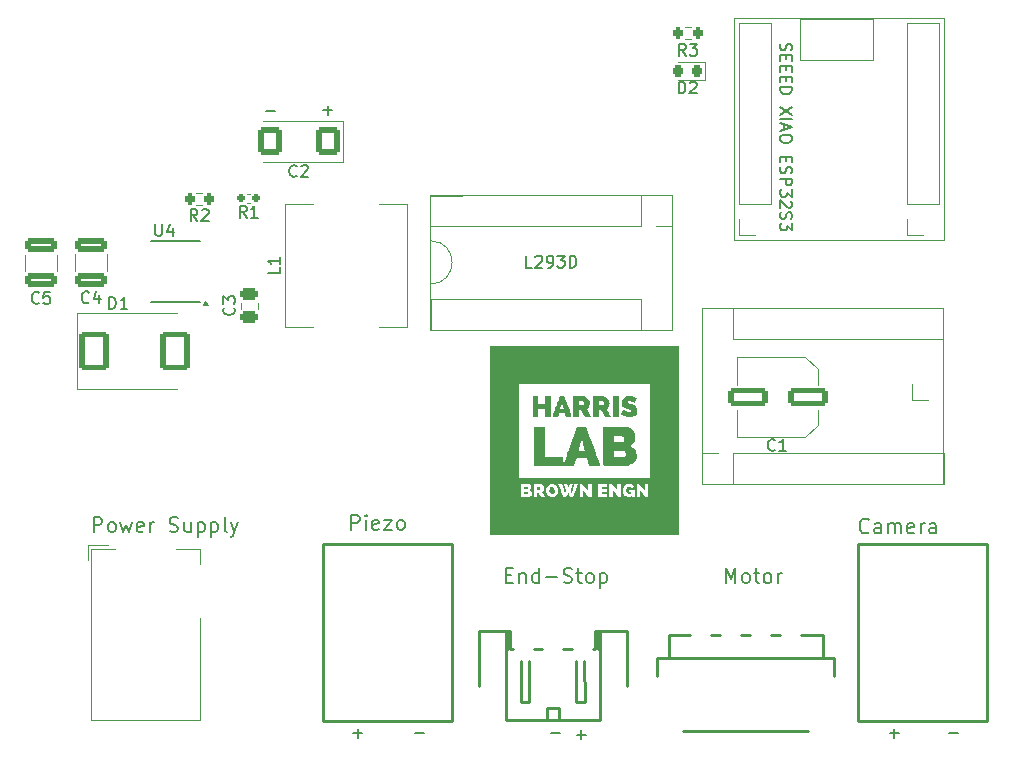
<source format=gbr>
%TF.GenerationSoftware,KiCad,Pcbnew,8.0.3*%
%TF.CreationDate,2024-07-18T15:34:31-04:00*%
%TF.ProjectId,DropGenPCB_FINAL,44726f70-4765-46e5-9043-425f46494e41,rev?*%
%TF.SameCoordinates,Original*%
%TF.FileFunction,Legend,Top*%
%TF.FilePolarity,Positive*%
%FSLAX46Y46*%
G04 Gerber Fmt 4.6, Leading zero omitted, Abs format (unit mm)*
G04 Created by KiCad (PCBNEW 8.0.3) date 2024-07-18 15:34:31*
%MOMM*%
%LPD*%
G01*
G04 APERTURE LIST*
G04 Aperture macros list*
%AMRoundRect*
0 Rectangle with rounded corners*
0 $1 Rounding radius*
0 $2 $3 $4 $5 $6 $7 $8 $9 X,Y pos of 4 corners*
0 Add a 4 corners polygon primitive as box body*
4,1,4,$2,$3,$4,$5,$6,$7,$8,$9,$2,$3,0*
0 Add four circle primitives for the rounded corners*
1,1,$1+$1,$2,$3*
1,1,$1+$1,$4,$5*
1,1,$1+$1,$6,$7*
1,1,$1+$1,$8,$9*
0 Add four rect primitives between the rounded corners*
20,1,$1+$1,$2,$3,$4,$5,0*
20,1,$1+$1,$4,$5,$6,$7,0*
20,1,$1+$1,$6,$7,$8,$9,0*
20,1,$1+$1,$8,$9,$2,$3,0*%
G04 Aperture macros list end*
%ADD10C,0.150000*%
%ADD11C,0.200000*%
%ADD12C,0.120000*%
%ADD13C,0.100000*%
%ADD14C,0.250000*%
%ADD15C,0.000000*%
%ADD16R,1.550000X0.600000*%
%ADD17R,2.600000X3.100000*%
%ADD18O,1.700000X1.700000*%
%ADD19R,1.700000X1.700000*%
%ADD20RoundRect,0.250000X0.475000X-0.250000X0.475000X0.250000X-0.475000X0.250000X-0.475000X-0.250000X0*%
%ADD21R,2.500000X2.500000*%
%ADD22C,2.500000*%
%ADD23RoundRect,0.218750X0.218750X0.256250X-0.218750X0.256250X-0.218750X-0.256250X0.218750X-0.256250X0*%
%ADD24C,5.600000*%
%ADD25RoundRect,0.250000X0.787500X0.925000X-0.787500X0.925000X-0.787500X-0.925000X0.787500X-0.925000X0*%
%ADD26R,1.300000X4.500000*%
%ADD27R,3.000000X4.500000*%
%ADD28RoundRect,0.200000X0.200000X0.275000X-0.200000X0.275000X-0.200000X-0.275000X0.200000X-0.275000X0*%
%ADD29RoundRect,0.250000X-1.100000X0.325000X-1.100000X-0.325000X1.100000X-0.325000X1.100000X0.325000X0*%
%ADD30R,4.600000X2.000000*%
%ADD31O,4.200000X2.000000*%
%ADD32O,2.000000X4.200000*%
%ADD33RoundRect,0.160000X0.197500X0.160000X-0.197500X0.160000X-0.197500X-0.160000X0.197500X-0.160000X0*%
%ADD34RoundRect,0.250000X1.000000X-1.400000X1.000000X1.400000X-1.000000X1.400000X-1.000000X-1.400000X0*%
%ADD35RoundRect,0.250000X1.412500X0.550000X-1.412500X0.550000X-1.412500X-0.550000X1.412500X-0.550000X0*%
%ADD36R,4.950000X3.175000*%
%ADD37R,1.800000X3.900000*%
G04 APERTURE END LIST*
D10*
X140719048Y-155073866D02*
X141480953Y-155073866D01*
D11*
X68329197Y-138036623D02*
X68329197Y-136786623D01*
X68329197Y-136786623D02*
X68805387Y-136786623D01*
X68805387Y-136786623D02*
X68924435Y-136846147D01*
X68924435Y-136846147D02*
X68983958Y-136905671D01*
X68983958Y-136905671D02*
X69043482Y-137024719D01*
X69043482Y-137024719D02*
X69043482Y-137203290D01*
X69043482Y-137203290D02*
X68983958Y-137322338D01*
X68983958Y-137322338D02*
X68924435Y-137381861D01*
X68924435Y-137381861D02*
X68805387Y-137441385D01*
X68805387Y-137441385D02*
X68329197Y-137441385D01*
X69757768Y-138036623D02*
X69638720Y-137977100D01*
X69638720Y-137977100D02*
X69579197Y-137917576D01*
X69579197Y-137917576D02*
X69519673Y-137798528D01*
X69519673Y-137798528D02*
X69519673Y-137441385D01*
X69519673Y-137441385D02*
X69579197Y-137322338D01*
X69579197Y-137322338D02*
X69638720Y-137262814D01*
X69638720Y-137262814D02*
X69757768Y-137203290D01*
X69757768Y-137203290D02*
X69936339Y-137203290D01*
X69936339Y-137203290D02*
X70055387Y-137262814D01*
X70055387Y-137262814D02*
X70114911Y-137322338D01*
X70114911Y-137322338D02*
X70174435Y-137441385D01*
X70174435Y-137441385D02*
X70174435Y-137798528D01*
X70174435Y-137798528D02*
X70114911Y-137917576D01*
X70114911Y-137917576D02*
X70055387Y-137977100D01*
X70055387Y-137977100D02*
X69936339Y-138036623D01*
X69936339Y-138036623D02*
X69757768Y-138036623D01*
X70591101Y-137203290D02*
X70829196Y-138036623D01*
X70829196Y-138036623D02*
X71067291Y-137441385D01*
X71067291Y-137441385D02*
X71305387Y-138036623D01*
X71305387Y-138036623D02*
X71543482Y-137203290D01*
X72495863Y-137977100D02*
X72376815Y-138036623D01*
X72376815Y-138036623D02*
X72138720Y-138036623D01*
X72138720Y-138036623D02*
X72019673Y-137977100D01*
X72019673Y-137977100D02*
X71960149Y-137858052D01*
X71960149Y-137858052D02*
X71960149Y-137381861D01*
X71960149Y-137381861D02*
X72019673Y-137262814D01*
X72019673Y-137262814D02*
X72138720Y-137203290D01*
X72138720Y-137203290D02*
X72376815Y-137203290D01*
X72376815Y-137203290D02*
X72495863Y-137262814D01*
X72495863Y-137262814D02*
X72555387Y-137381861D01*
X72555387Y-137381861D02*
X72555387Y-137500909D01*
X72555387Y-137500909D02*
X71960149Y-137619957D01*
X73091102Y-138036623D02*
X73091102Y-137203290D01*
X73091102Y-137441385D02*
X73150625Y-137322338D01*
X73150625Y-137322338D02*
X73210149Y-137262814D01*
X73210149Y-137262814D02*
X73329197Y-137203290D01*
X73329197Y-137203290D02*
X73448244Y-137203290D01*
X74757769Y-137977100D02*
X74936340Y-138036623D01*
X74936340Y-138036623D02*
X75233959Y-138036623D01*
X75233959Y-138036623D02*
X75353007Y-137977100D01*
X75353007Y-137977100D02*
X75412531Y-137917576D01*
X75412531Y-137917576D02*
X75472054Y-137798528D01*
X75472054Y-137798528D02*
X75472054Y-137679480D01*
X75472054Y-137679480D02*
X75412531Y-137560433D01*
X75412531Y-137560433D02*
X75353007Y-137500909D01*
X75353007Y-137500909D02*
X75233959Y-137441385D01*
X75233959Y-137441385D02*
X74995864Y-137381861D01*
X74995864Y-137381861D02*
X74876816Y-137322338D01*
X74876816Y-137322338D02*
X74817293Y-137262814D01*
X74817293Y-137262814D02*
X74757769Y-137143766D01*
X74757769Y-137143766D02*
X74757769Y-137024719D01*
X74757769Y-137024719D02*
X74817293Y-136905671D01*
X74817293Y-136905671D02*
X74876816Y-136846147D01*
X74876816Y-136846147D02*
X74995864Y-136786623D01*
X74995864Y-136786623D02*
X75293483Y-136786623D01*
X75293483Y-136786623D02*
X75472054Y-136846147D01*
X76543483Y-137203290D02*
X76543483Y-138036623D01*
X76007769Y-137203290D02*
X76007769Y-137858052D01*
X76007769Y-137858052D02*
X76067292Y-137977100D01*
X76067292Y-137977100D02*
X76186340Y-138036623D01*
X76186340Y-138036623D02*
X76364911Y-138036623D01*
X76364911Y-138036623D02*
X76483959Y-137977100D01*
X76483959Y-137977100D02*
X76543483Y-137917576D01*
X77138721Y-137203290D02*
X77138721Y-138453290D01*
X77138721Y-137262814D02*
X77257768Y-137203290D01*
X77257768Y-137203290D02*
X77495863Y-137203290D01*
X77495863Y-137203290D02*
X77614911Y-137262814D01*
X77614911Y-137262814D02*
X77674435Y-137322338D01*
X77674435Y-137322338D02*
X77733959Y-137441385D01*
X77733959Y-137441385D02*
X77733959Y-137798528D01*
X77733959Y-137798528D02*
X77674435Y-137917576D01*
X77674435Y-137917576D02*
X77614911Y-137977100D01*
X77614911Y-137977100D02*
X77495863Y-138036623D01*
X77495863Y-138036623D02*
X77257768Y-138036623D01*
X77257768Y-138036623D02*
X77138721Y-137977100D01*
X78269673Y-137203290D02*
X78269673Y-138453290D01*
X78269673Y-137262814D02*
X78388720Y-137203290D01*
X78388720Y-137203290D02*
X78626815Y-137203290D01*
X78626815Y-137203290D02*
X78745863Y-137262814D01*
X78745863Y-137262814D02*
X78805387Y-137322338D01*
X78805387Y-137322338D02*
X78864911Y-137441385D01*
X78864911Y-137441385D02*
X78864911Y-137798528D01*
X78864911Y-137798528D02*
X78805387Y-137917576D01*
X78805387Y-137917576D02*
X78745863Y-137977100D01*
X78745863Y-137977100D02*
X78626815Y-138036623D01*
X78626815Y-138036623D02*
X78388720Y-138036623D01*
X78388720Y-138036623D02*
X78269673Y-137977100D01*
X79579196Y-138036623D02*
X79460148Y-137977100D01*
X79460148Y-137977100D02*
X79400625Y-137858052D01*
X79400625Y-137858052D02*
X79400625Y-136786623D01*
X79936339Y-137203290D02*
X80233958Y-138036623D01*
X80531577Y-137203290D02*
X80233958Y-138036623D01*
X80233958Y-138036623D02*
X80114910Y-138334242D01*
X80114910Y-138334242D02*
X80055387Y-138393766D01*
X80055387Y-138393766D02*
X79936339Y-138453290D01*
D10*
X135719048Y-155073866D02*
X136480953Y-155073866D01*
X136100000Y-155454819D02*
X136100000Y-154692914D01*
X109219048Y-155173866D02*
X109980953Y-155173866D01*
X109600000Y-155554819D02*
X109600000Y-154792914D01*
D11*
X133943482Y-138017576D02*
X133883958Y-138077100D01*
X133883958Y-138077100D02*
X133705387Y-138136623D01*
X133705387Y-138136623D02*
X133586339Y-138136623D01*
X133586339Y-138136623D02*
X133407768Y-138077100D01*
X133407768Y-138077100D02*
X133288720Y-137958052D01*
X133288720Y-137958052D02*
X133229197Y-137839004D01*
X133229197Y-137839004D02*
X133169673Y-137600909D01*
X133169673Y-137600909D02*
X133169673Y-137422338D01*
X133169673Y-137422338D02*
X133229197Y-137184242D01*
X133229197Y-137184242D02*
X133288720Y-137065195D01*
X133288720Y-137065195D02*
X133407768Y-136946147D01*
X133407768Y-136946147D02*
X133586339Y-136886623D01*
X133586339Y-136886623D02*
X133705387Y-136886623D01*
X133705387Y-136886623D02*
X133883958Y-136946147D01*
X133883958Y-136946147D02*
X133943482Y-137005671D01*
X135014911Y-138136623D02*
X135014911Y-137481861D01*
X135014911Y-137481861D02*
X134955387Y-137362814D01*
X134955387Y-137362814D02*
X134836339Y-137303290D01*
X134836339Y-137303290D02*
X134598244Y-137303290D01*
X134598244Y-137303290D02*
X134479197Y-137362814D01*
X135014911Y-138077100D02*
X134895863Y-138136623D01*
X134895863Y-138136623D02*
X134598244Y-138136623D01*
X134598244Y-138136623D02*
X134479197Y-138077100D01*
X134479197Y-138077100D02*
X134419673Y-137958052D01*
X134419673Y-137958052D02*
X134419673Y-137839004D01*
X134419673Y-137839004D02*
X134479197Y-137719957D01*
X134479197Y-137719957D02*
X134598244Y-137660433D01*
X134598244Y-137660433D02*
X134895863Y-137660433D01*
X134895863Y-137660433D02*
X135014911Y-137600909D01*
X135610149Y-138136623D02*
X135610149Y-137303290D01*
X135610149Y-137422338D02*
X135669672Y-137362814D01*
X135669672Y-137362814D02*
X135788720Y-137303290D01*
X135788720Y-137303290D02*
X135967291Y-137303290D01*
X135967291Y-137303290D02*
X136086339Y-137362814D01*
X136086339Y-137362814D02*
X136145863Y-137481861D01*
X136145863Y-137481861D02*
X136145863Y-138136623D01*
X136145863Y-137481861D02*
X136205387Y-137362814D01*
X136205387Y-137362814D02*
X136324434Y-137303290D01*
X136324434Y-137303290D02*
X136503006Y-137303290D01*
X136503006Y-137303290D02*
X136622053Y-137362814D01*
X136622053Y-137362814D02*
X136681577Y-137481861D01*
X136681577Y-137481861D02*
X136681577Y-138136623D01*
X137753006Y-138077100D02*
X137633958Y-138136623D01*
X137633958Y-138136623D02*
X137395863Y-138136623D01*
X137395863Y-138136623D02*
X137276816Y-138077100D01*
X137276816Y-138077100D02*
X137217292Y-137958052D01*
X137217292Y-137958052D02*
X137217292Y-137481861D01*
X137217292Y-137481861D02*
X137276816Y-137362814D01*
X137276816Y-137362814D02*
X137395863Y-137303290D01*
X137395863Y-137303290D02*
X137633958Y-137303290D01*
X137633958Y-137303290D02*
X137753006Y-137362814D01*
X137753006Y-137362814D02*
X137812530Y-137481861D01*
X137812530Y-137481861D02*
X137812530Y-137600909D01*
X137812530Y-137600909D02*
X137217292Y-137719957D01*
X138348245Y-138136623D02*
X138348245Y-137303290D01*
X138348245Y-137541385D02*
X138407768Y-137422338D01*
X138407768Y-137422338D02*
X138467292Y-137362814D01*
X138467292Y-137362814D02*
X138586340Y-137303290D01*
X138586340Y-137303290D02*
X138705387Y-137303290D01*
X139657769Y-138136623D02*
X139657769Y-137481861D01*
X139657769Y-137481861D02*
X139598245Y-137362814D01*
X139598245Y-137362814D02*
X139479197Y-137303290D01*
X139479197Y-137303290D02*
X139241102Y-137303290D01*
X139241102Y-137303290D02*
X139122055Y-137362814D01*
X139657769Y-138077100D02*
X139538721Y-138136623D01*
X139538721Y-138136623D02*
X139241102Y-138136623D01*
X139241102Y-138136623D02*
X139122055Y-138077100D01*
X139122055Y-138077100D02*
X139062531Y-137958052D01*
X139062531Y-137958052D02*
X139062531Y-137839004D01*
X139062531Y-137839004D02*
X139122055Y-137719957D01*
X139122055Y-137719957D02*
X139241102Y-137660433D01*
X139241102Y-137660433D02*
X139538721Y-137660433D01*
X139538721Y-137660433D02*
X139657769Y-137600909D01*
D10*
X82905648Y-102410466D02*
X83667553Y-102410466D01*
X87757048Y-102308866D02*
X88518953Y-102308866D01*
X88138000Y-102689819D02*
X88138000Y-101927914D01*
D11*
X121829197Y-142336623D02*
X121829197Y-141086623D01*
X121829197Y-141086623D02*
X122245863Y-141979480D01*
X122245863Y-141979480D02*
X122662530Y-141086623D01*
X122662530Y-141086623D02*
X122662530Y-142336623D01*
X123436339Y-142336623D02*
X123317291Y-142277100D01*
X123317291Y-142277100D02*
X123257768Y-142217576D01*
X123257768Y-142217576D02*
X123198244Y-142098528D01*
X123198244Y-142098528D02*
X123198244Y-141741385D01*
X123198244Y-141741385D02*
X123257768Y-141622338D01*
X123257768Y-141622338D02*
X123317291Y-141562814D01*
X123317291Y-141562814D02*
X123436339Y-141503290D01*
X123436339Y-141503290D02*
X123614910Y-141503290D01*
X123614910Y-141503290D02*
X123733958Y-141562814D01*
X123733958Y-141562814D02*
X123793482Y-141622338D01*
X123793482Y-141622338D02*
X123853006Y-141741385D01*
X123853006Y-141741385D02*
X123853006Y-142098528D01*
X123853006Y-142098528D02*
X123793482Y-142217576D01*
X123793482Y-142217576D02*
X123733958Y-142277100D01*
X123733958Y-142277100D02*
X123614910Y-142336623D01*
X123614910Y-142336623D02*
X123436339Y-142336623D01*
X124210148Y-141503290D02*
X124686339Y-141503290D01*
X124388720Y-141086623D02*
X124388720Y-142158052D01*
X124388720Y-142158052D02*
X124448243Y-142277100D01*
X124448243Y-142277100D02*
X124567291Y-142336623D01*
X124567291Y-142336623D02*
X124686339Y-142336623D01*
X125281577Y-142336623D02*
X125162529Y-142277100D01*
X125162529Y-142277100D02*
X125103006Y-142217576D01*
X125103006Y-142217576D02*
X125043482Y-142098528D01*
X125043482Y-142098528D02*
X125043482Y-141741385D01*
X125043482Y-141741385D02*
X125103006Y-141622338D01*
X125103006Y-141622338D02*
X125162529Y-141562814D01*
X125162529Y-141562814D02*
X125281577Y-141503290D01*
X125281577Y-141503290D02*
X125460148Y-141503290D01*
X125460148Y-141503290D02*
X125579196Y-141562814D01*
X125579196Y-141562814D02*
X125638720Y-141622338D01*
X125638720Y-141622338D02*
X125698244Y-141741385D01*
X125698244Y-141741385D02*
X125698244Y-142098528D01*
X125698244Y-142098528D02*
X125638720Y-142217576D01*
X125638720Y-142217576D02*
X125579196Y-142277100D01*
X125579196Y-142277100D02*
X125460148Y-142336623D01*
X125460148Y-142336623D02*
X125281577Y-142336623D01*
X126233958Y-142336623D02*
X126233958Y-141503290D01*
X126233958Y-141741385D02*
X126293481Y-141622338D01*
X126293481Y-141622338D02*
X126353005Y-141562814D01*
X126353005Y-141562814D02*
X126472053Y-141503290D01*
X126472053Y-141503290D02*
X126591100Y-141503290D01*
X103229197Y-141681861D02*
X103645863Y-141681861D01*
X103824435Y-142336623D02*
X103229197Y-142336623D01*
X103229197Y-142336623D02*
X103229197Y-141086623D01*
X103229197Y-141086623D02*
X103824435Y-141086623D01*
X104360149Y-141503290D02*
X104360149Y-142336623D01*
X104360149Y-141622338D02*
X104419672Y-141562814D01*
X104419672Y-141562814D02*
X104538720Y-141503290D01*
X104538720Y-141503290D02*
X104717291Y-141503290D01*
X104717291Y-141503290D02*
X104836339Y-141562814D01*
X104836339Y-141562814D02*
X104895863Y-141681861D01*
X104895863Y-141681861D02*
X104895863Y-142336623D01*
X106026815Y-142336623D02*
X106026815Y-141086623D01*
X106026815Y-142277100D02*
X105907767Y-142336623D01*
X105907767Y-142336623D02*
X105669672Y-142336623D01*
X105669672Y-142336623D02*
X105550624Y-142277100D01*
X105550624Y-142277100D02*
X105491101Y-142217576D01*
X105491101Y-142217576D02*
X105431577Y-142098528D01*
X105431577Y-142098528D02*
X105431577Y-141741385D01*
X105431577Y-141741385D02*
X105491101Y-141622338D01*
X105491101Y-141622338D02*
X105550624Y-141562814D01*
X105550624Y-141562814D02*
X105669672Y-141503290D01*
X105669672Y-141503290D02*
X105907767Y-141503290D01*
X105907767Y-141503290D02*
X106026815Y-141562814D01*
X106622053Y-141860433D02*
X107574434Y-141860433D01*
X108110148Y-142277100D02*
X108288719Y-142336623D01*
X108288719Y-142336623D02*
X108586338Y-142336623D01*
X108586338Y-142336623D02*
X108705386Y-142277100D01*
X108705386Y-142277100D02*
X108764910Y-142217576D01*
X108764910Y-142217576D02*
X108824433Y-142098528D01*
X108824433Y-142098528D02*
X108824433Y-141979480D01*
X108824433Y-141979480D02*
X108764910Y-141860433D01*
X108764910Y-141860433D02*
X108705386Y-141800909D01*
X108705386Y-141800909D02*
X108586338Y-141741385D01*
X108586338Y-141741385D02*
X108348243Y-141681861D01*
X108348243Y-141681861D02*
X108229195Y-141622338D01*
X108229195Y-141622338D02*
X108169672Y-141562814D01*
X108169672Y-141562814D02*
X108110148Y-141443766D01*
X108110148Y-141443766D02*
X108110148Y-141324719D01*
X108110148Y-141324719D02*
X108169672Y-141205671D01*
X108169672Y-141205671D02*
X108229195Y-141146147D01*
X108229195Y-141146147D02*
X108348243Y-141086623D01*
X108348243Y-141086623D02*
X108645862Y-141086623D01*
X108645862Y-141086623D02*
X108824433Y-141146147D01*
X109181576Y-141503290D02*
X109657767Y-141503290D01*
X109360148Y-141086623D02*
X109360148Y-142158052D01*
X109360148Y-142158052D02*
X109419671Y-142277100D01*
X109419671Y-142277100D02*
X109538719Y-142336623D01*
X109538719Y-142336623D02*
X109657767Y-142336623D01*
X110253005Y-142336623D02*
X110133957Y-142277100D01*
X110133957Y-142277100D02*
X110074434Y-142217576D01*
X110074434Y-142217576D02*
X110014910Y-142098528D01*
X110014910Y-142098528D02*
X110014910Y-141741385D01*
X110014910Y-141741385D02*
X110074434Y-141622338D01*
X110074434Y-141622338D02*
X110133957Y-141562814D01*
X110133957Y-141562814D02*
X110253005Y-141503290D01*
X110253005Y-141503290D02*
X110431576Y-141503290D01*
X110431576Y-141503290D02*
X110550624Y-141562814D01*
X110550624Y-141562814D02*
X110610148Y-141622338D01*
X110610148Y-141622338D02*
X110669672Y-141741385D01*
X110669672Y-141741385D02*
X110669672Y-142098528D01*
X110669672Y-142098528D02*
X110610148Y-142217576D01*
X110610148Y-142217576D02*
X110550624Y-142277100D01*
X110550624Y-142277100D02*
X110431576Y-142336623D01*
X110431576Y-142336623D02*
X110253005Y-142336623D01*
X111205386Y-141503290D02*
X111205386Y-142753290D01*
X111205386Y-141562814D02*
X111324433Y-141503290D01*
X111324433Y-141503290D02*
X111562528Y-141503290D01*
X111562528Y-141503290D02*
X111681576Y-141562814D01*
X111681576Y-141562814D02*
X111741100Y-141622338D01*
X111741100Y-141622338D02*
X111800624Y-141741385D01*
X111800624Y-141741385D02*
X111800624Y-142098528D01*
X111800624Y-142098528D02*
X111741100Y-142217576D01*
X111741100Y-142217576D02*
X111681576Y-142277100D01*
X111681576Y-142277100D02*
X111562528Y-142336623D01*
X111562528Y-142336623D02*
X111324433Y-142336623D01*
X111324433Y-142336623D02*
X111205386Y-142277100D01*
D10*
X95519048Y-155073866D02*
X96280953Y-155073866D01*
D11*
X90129197Y-137836623D02*
X90129197Y-136586623D01*
X90129197Y-136586623D02*
X90605387Y-136586623D01*
X90605387Y-136586623D02*
X90724435Y-136646147D01*
X90724435Y-136646147D02*
X90783958Y-136705671D01*
X90783958Y-136705671D02*
X90843482Y-136824719D01*
X90843482Y-136824719D02*
X90843482Y-137003290D01*
X90843482Y-137003290D02*
X90783958Y-137122338D01*
X90783958Y-137122338D02*
X90724435Y-137181861D01*
X90724435Y-137181861D02*
X90605387Y-137241385D01*
X90605387Y-137241385D02*
X90129197Y-137241385D01*
X91379197Y-137836623D02*
X91379197Y-137003290D01*
X91379197Y-136586623D02*
X91319673Y-136646147D01*
X91319673Y-136646147D02*
X91379197Y-136705671D01*
X91379197Y-136705671D02*
X91438720Y-136646147D01*
X91438720Y-136646147D02*
X91379197Y-136586623D01*
X91379197Y-136586623D02*
X91379197Y-136705671D01*
X92450625Y-137777100D02*
X92331577Y-137836623D01*
X92331577Y-137836623D02*
X92093482Y-137836623D01*
X92093482Y-137836623D02*
X91974435Y-137777100D01*
X91974435Y-137777100D02*
X91914911Y-137658052D01*
X91914911Y-137658052D02*
X91914911Y-137181861D01*
X91914911Y-137181861D02*
X91974435Y-137062814D01*
X91974435Y-137062814D02*
X92093482Y-137003290D01*
X92093482Y-137003290D02*
X92331577Y-137003290D01*
X92331577Y-137003290D02*
X92450625Y-137062814D01*
X92450625Y-137062814D02*
X92510149Y-137181861D01*
X92510149Y-137181861D02*
X92510149Y-137300909D01*
X92510149Y-137300909D02*
X91914911Y-137419957D01*
X92926816Y-137003290D02*
X93581578Y-137003290D01*
X93581578Y-137003290D02*
X92926816Y-137836623D01*
X92926816Y-137836623D02*
X93581578Y-137836623D01*
X94236340Y-137836623D02*
X94117292Y-137777100D01*
X94117292Y-137777100D02*
X94057769Y-137717576D01*
X94057769Y-137717576D02*
X93998245Y-137598528D01*
X93998245Y-137598528D02*
X93998245Y-137241385D01*
X93998245Y-137241385D02*
X94057769Y-137122338D01*
X94057769Y-137122338D02*
X94117292Y-137062814D01*
X94117292Y-137062814D02*
X94236340Y-137003290D01*
X94236340Y-137003290D02*
X94414911Y-137003290D01*
X94414911Y-137003290D02*
X94533959Y-137062814D01*
X94533959Y-137062814D02*
X94593483Y-137122338D01*
X94593483Y-137122338D02*
X94653007Y-137241385D01*
X94653007Y-137241385D02*
X94653007Y-137598528D01*
X94653007Y-137598528D02*
X94593483Y-137717576D01*
X94593483Y-137717576D02*
X94533959Y-137777100D01*
X94533959Y-137777100D02*
X94414911Y-137836623D01*
X94414911Y-137836623D02*
X94236340Y-137836623D01*
D10*
X90319048Y-155073866D02*
X91080953Y-155073866D01*
X90700000Y-155454819D02*
X90700000Y-154692914D01*
X107019048Y-155073866D02*
X107780953Y-155073866D01*
X73538095Y-111954819D02*
X73538095Y-112764342D01*
X73538095Y-112764342D02*
X73585714Y-112859580D01*
X73585714Y-112859580D02*
X73633333Y-112907200D01*
X73633333Y-112907200D02*
X73728571Y-112954819D01*
X73728571Y-112954819D02*
X73919047Y-112954819D01*
X73919047Y-112954819D02*
X74014285Y-112907200D01*
X74014285Y-112907200D02*
X74061904Y-112859580D01*
X74061904Y-112859580D02*
X74109523Y-112764342D01*
X74109523Y-112764342D02*
X74109523Y-111954819D01*
X75014285Y-112288152D02*
X75014285Y-112954819D01*
X74776190Y-111907200D02*
X74538095Y-112621485D01*
X74538095Y-112621485D02*
X75157142Y-112621485D01*
X126491200Y-96667038D02*
X126443580Y-96809895D01*
X126443580Y-96809895D02*
X126443580Y-97047990D01*
X126443580Y-97047990D02*
X126491200Y-97143228D01*
X126491200Y-97143228D02*
X126538819Y-97190847D01*
X126538819Y-97190847D02*
X126634057Y-97238466D01*
X126634057Y-97238466D02*
X126729295Y-97238466D01*
X126729295Y-97238466D02*
X126824533Y-97190847D01*
X126824533Y-97190847D02*
X126872152Y-97143228D01*
X126872152Y-97143228D02*
X126919771Y-97047990D01*
X126919771Y-97047990D02*
X126967390Y-96857514D01*
X126967390Y-96857514D02*
X127015009Y-96762276D01*
X127015009Y-96762276D02*
X127062628Y-96714657D01*
X127062628Y-96714657D02*
X127157866Y-96667038D01*
X127157866Y-96667038D02*
X127253104Y-96667038D01*
X127253104Y-96667038D02*
X127348342Y-96714657D01*
X127348342Y-96714657D02*
X127395961Y-96762276D01*
X127395961Y-96762276D02*
X127443580Y-96857514D01*
X127443580Y-96857514D02*
X127443580Y-97095609D01*
X127443580Y-97095609D02*
X127395961Y-97238466D01*
X126967390Y-97667038D02*
X126967390Y-98000371D01*
X126443580Y-98143228D02*
X126443580Y-97667038D01*
X126443580Y-97667038D02*
X127443580Y-97667038D01*
X127443580Y-97667038D02*
X127443580Y-98143228D01*
X126967390Y-98571800D02*
X126967390Y-98905133D01*
X126443580Y-99047990D02*
X126443580Y-98571800D01*
X126443580Y-98571800D02*
X127443580Y-98571800D01*
X127443580Y-98571800D02*
X127443580Y-99047990D01*
X126967390Y-99476562D02*
X126967390Y-99809895D01*
X126443580Y-99952752D02*
X126443580Y-99476562D01*
X126443580Y-99476562D02*
X127443580Y-99476562D01*
X127443580Y-99476562D02*
X127443580Y-99952752D01*
X126443580Y-100381324D02*
X127443580Y-100381324D01*
X127443580Y-100381324D02*
X127443580Y-100619419D01*
X127443580Y-100619419D02*
X127395961Y-100762276D01*
X127395961Y-100762276D02*
X127300723Y-100857514D01*
X127300723Y-100857514D02*
X127205485Y-100905133D01*
X127205485Y-100905133D02*
X127015009Y-100952752D01*
X127015009Y-100952752D02*
X126872152Y-100952752D01*
X126872152Y-100952752D02*
X126681676Y-100905133D01*
X126681676Y-100905133D02*
X126586438Y-100857514D01*
X126586438Y-100857514D02*
X126491200Y-100762276D01*
X126491200Y-100762276D02*
X126443580Y-100619419D01*
X126443580Y-100619419D02*
X126443580Y-100381324D01*
X127443580Y-102047991D02*
X126443580Y-102714657D01*
X127443580Y-102714657D02*
X126443580Y-102047991D01*
X126443580Y-103095610D02*
X127443580Y-103095610D01*
X126729295Y-103524181D02*
X126729295Y-104000371D01*
X126443580Y-103428943D02*
X127443580Y-103762276D01*
X127443580Y-103762276D02*
X126443580Y-104095609D01*
X127443580Y-104619419D02*
X127443580Y-104809895D01*
X127443580Y-104809895D02*
X127395961Y-104905133D01*
X127395961Y-104905133D02*
X127300723Y-105000371D01*
X127300723Y-105000371D02*
X127110247Y-105047990D01*
X127110247Y-105047990D02*
X126776914Y-105047990D01*
X126776914Y-105047990D02*
X126586438Y-105000371D01*
X126586438Y-105000371D02*
X126491200Y-104905133D01*
X126491200Y-104905133D02*
X126443580Y-104809895D01*
X126443580Y-104809895D02*
X126443580Y-104619419D01*
X126443580Y-104619419D02*
X126491200Y-104524181D01*
X126491200Y-104524181D02*
X126586438Y-104428943D01*
X126586438Y-104428943D02*
X126776914Y-104381324D01*
X126776914Y-104381324D02*
X127110247Y-104381324D01*
X127110247Y-104381324D02*
X127300723Y-104428943D01*
X127300723Y-104428943D02*
X127395961Y-104524181D01*
X127395961Y-104524181D02*
X127443580Y-104619419D01*
X126967390Y-106238467D02*
X126967390Y-106571800D01*
X126443580Y-106714657D02*
X126443580Y-106238467D01*
X126443580Y-106238467D02*
X127443580Y-106238467D01*
X127443580Y-106238467D02*
X127443580Y-106714657D01*
X126491200Y-107095610D02*
X126443580Y-107238467D01*
X126443580Y-107238467D02*
X126443580Y-107476562D01*
X126443580Y-107476562D02*
X126491200Y-107571800D01*
X126491200Y-107571800D02*
X126538819Y-107619419D01*
X126538819Y-107619419D02*
X126634057Y-107667038D01*
X126634057Y-107667038D02*
X126729295Y-107667038D01*
X126729295Y-107667038D02*
X126824533Y-107619419D01*
X126824533Y-107619419D02*
X126872152Y-107571800D01*
X126872152Y-107571800D02*
X126919771Y-107476562D01*
X126919771Y-107476562D02*
X126967390Y-107286086D01*
X126967390Y-107286086D02*
X127015009Y-107190848D01*
X127015009Y-107190848D02*
X127062628Y-107143229D01*
X127062628Y-107143229D02*
X127157866Y-107095610D01*
X127157866Y-107095610D02*
X127253104Y-107095610D01*
X127253104Y-107095610D02*
X127348342Y-107143229D01*
X127348342Y-107143229D02*
X127395961Y-107190848D01*
X127395961Y-107190848D02*
X127443580Y-107286086D01*
X127443580Y-107286086D02*
X127443580Y-107524181D01*
X127443580Y-107524181D02*
X127395961Y-107667038D01*
X126443580Y-108095610D02*
X127443580Y-108095610D01*
X127443580Y-108095610D02*
X127443580Y-108476562D01*
X127443580Y-108476562D02*
X127395961Y-108571800D01*
X127395961Y-108571800D02*
X127348342Y-108619419D01*
X127348342Y-108619419D02*
X127253104Y-108667038D01*
X127253104Y-108667038D02*
X127110247Y-108667038D01*
X127110247Y-108667038D02*
X127015009Y-108619419D01*
X127015009Y-108619419D02*
X126967390Y-108571800D01*
X126967390Y-108571800D02*
X126919771Y-108476562D01*
X126919771Y-108476562D02*
X126919771Y-108095610D01*
X127443580Y-109000372D02*
X127443580Y-109619419D01*
X127443580Y-109619419D02*
X127062628Y-109286086D01*
X127062628Y-109286086D02*
X127062628Y-109428943D01*
X127062628Y-109428943D02*
X127015009Y-109524181D01*
X127015009Y-109524181D02*
X126967390Y-109571800D01*
X126967390Y-109571800D02*
X126872152Y-109619419D01*
X126872152Y-109619419D02*
X126634057Y-109619419D01*
X126634057Y-109619419D02*
X126538819Y-109571800D01*
X126538819Y-109571800D02*
X126491200Y-109524181D01*
X126491200Y-109524181D02*
X126443580Y-109428943D01*
X126443580Y-109428943D02*
X126443580Y-109143229D01*
X126443580Y-109143229D02*
X126491200Y-109047991D01*
X126491200Y-109047991D02*
X126538819Y-109000372D01*
X127348342Y-110000372D02*
X127395961Y-110047991D01*
X127395961Y-110047991D02*
X127443580Y-110143229D01*
X127443580Y-110143229D02*
X127443580Y-110381324D01*
X127443580Y-110381324D02*
X127395961Y-110476562D01*
X127395961Y-110476562D02*
X127348342Y-110524181D01*
X127348342Y-110524181D02*
X127253104Y-110571800D01*
X127253104Y-110571800D02*
X127157866Y-110571800D01*
X127157866Y-110571800D02*
X127015009Y-110524181D01*
X127015009Y-110524181D02*
X126443580Y-109952753D01*
X126443580Y-109952753D02*
X126443580Y-110571800D01*
X126491200Y-110952753D02*
X126443580Y-111095610D01*
X126443580Y-111095610D02*
X126443580Y-111333705D01*
X126443580Y-111333705D02*
X126491200Y-111428943D01*
X126491200Y-111428943D02*
X126538819Y-111476562D01*
X126538819Y-111476562D02*
X126634057Y-111524181D01*
X126634057Y-111524181D02*
X126729295Y-111524181D01*
X126729295Y-111524181D02*
X126824533Y-111476562D01*
X126824533Y-111476562D02*
X126872152Y-111428943D01*
X126872152Y-111428943D02*
X126919771Y-111333705D01*
X126919771Y-111333705D02*
X126967390Y-111143229D01*
X126967390Y-111143229D02*
X127015009Y-111047991D01*
X127015009Y-111047991D02*
X127062628Y-111000372D01*
X127062628Y-111000372D02*
X127157866Y-110952753D01*
X127157866Y-110952753D02*
X127253104Y-110952753D01*
X127253104Y-110952753D02*
X127348342Y-111000372D01*
X127348342Y-111000372D02*
X127395961Y-111047991D01*
X127395961Y-111047991D02*
X127443580Y-111143229D01*
X127443580Y-111143229D02*
X127443580Y-111381324D01*
X127443580Y-111381324D02*
X127395961Y-111524181D01*
X127443580Y-111857515D02*
X127443580Y-112476562D01*
X127443580Y-112476562D02*
X127062628Y-112143229D01*
X127062628Y-112143229D02*
X127062628Y-112286086D01*
X127062628Y-112286086D02*
X127015009Y-112381324D01*
X127015009Y-112381324D02*
X126967390Y-112428943D01*
X126967390Y-112428943D02*
X126872152Y-112476562D01*
X126872152Y-112476562D02*
X126634057Y-112476562D01*
X126634057Y-112476562D02*
X126538819Y-112428943D01*
X126538819Y-112428943D02*
X126491200Y-112381324D01*
X126491200Y-112381324D02*
X126443580Y-112286086D01*
X126443580Y-112286086D02*
X126443580Y-112000372D01*
X126443580Y-112000372D02*
X126491200Y-111905134D01*
X126491200Y-111905134D02*
X126538819Y-111857515D01*
X80188180Y-119028766D02*
X80235800Y-119076385D01*
X80235800Y-119076385D02*
X80283419Y-119219242D01*
X80283419Y-119219242D02*
X80283419Y-119314480D01*
X80283419Y-119314480D02*
X80235800Y-119457337D01*
X80235800Y-119457337D02*
X80140561Y-119552575D01*
X80140561Y-119552575D02*
X80045323Y-119600194D01*
X80045323Y-119600194D02*
X79854847Y-119647813D01*
X79854847Y-119647813D02*
X79711990Y-119647813D01*
X79711990Y-119647813D02*
X79521514Y-119600194D01*
X79521514Y-119600194D02*
X79426276Y-119552575D01*
X79426276Y-119552575D02*
X79331038Y-119457337D01*
X79331038Y-119457337D02*
X79283419Y-119314480D01*
X79283419Y-119314480D02*
X79283419Y-119219242D01*
X79283419Y-119219242D02*
X79331038Y-119076385D01*
X79331038Y-119076385D02*
X79378657Y-119028766D01*
X79283419Y-118695432D02*
X79283419Y-118076385D01*
X79283419Y-118076385D02*
X79664371Y-118409718D01*
X79664371Y-118409718D02*
X79664371Y-118266861D01*
X79664371Y-118266861D02*
X79711990Y-118171623D01*
X79711990Y-118171623D02*
X79759609Y-118124004D01*
X79759609Y-118124004D02*
X79854847Y-118076385D01*
X79854847Y-118076385D02*
X80092942Y-118076385D01*
X80092942Y-118076385D02*
X80188180Y-118124004D01*
X80188180Y-118124004D02*
X80235800Y-118171623D01*
X80235800Y-118171623D02*
X80283419Y-118266861D01*
X80283419Y-118266861D02*
X80283419Y-118552575D01*
X80283419Y-118552575D02*
X80235800Y-118647813D01*
X80235800Y-118647813D02*
X80188180Y-118695432D01*
X117846905Y-100884819D02*
X117846905Y-99884819D01*
X117846905Y-99884819D02*
X118085000Y-99884819D01*
X118085000Y-99884819D02*
X118227857Y-99932438D01*
X118227857Y-99932438D02*
X118323095Y-100027676D01*
X118323095Y-100027676D02*
X118370714Y-100122914D01*
X118370714Y-100122914D02*
X118418333Y-100313390D01*
X118418333Y-100313390D02*
X118418333Y-100456247D01*
X118418333Y-100456247D02*
X118370714Y-100646723D01*
X118370714Y-100646723D02*
X118323095Y-100741961D01*
X118323095Y-100741961D02*
X118227857Y-100837200D01*
X118227857Y-100837200D02*
X118085000Y-100884819D01*
X118085000Y-100884819D02*
X117846905Y-100884819D01*
X118799286Y-99980057D02*
X118846905Y-99932438D01*
X118846905Y-99932438D02*
X118942143Y-99884819D01*
X118942143Y-99884819D02*
X119180238Y-99884819D01*
X119180238Y-99884819D02*
X119275476Y-99932438D01*
X119275476Y-99932438D02*
X119323095Y-99980057D01*
X119323095Y-99980057D02*
X119370714Y-100075295D01*
X119370714Y-100075295D02*
X119370714Y-100170533D01*
X119370714Y-100170533D02*
X119323095Y-100313390D01*
X119323095Y-100313390D02*
X118751667Y-100884819D01*
X118751667Y-100884819D02*
X119370714Y-100884819D01*
X85507533Y-107864180D02*
X85459914Y-107911800D01*
X85459914Y-107911800D02*
X85317057Y-107959419D01*
X85317057Y-107959419D02*
X85221819Y-107959419D01*
X85221819Y-107959419D02*
X85078962Y-107911800D01*
X85078962Y-107911800D02*
X84983724Y-107816561D01*
X84983724Y-107816561D02*
X84936105Y-107721323D01*
X84936105Y-107721323D02*
X84888486Y-107530847D01*
X84888486Y-107530847D02*
X84888486Y-107387990D01*
X84888486Y-107387990D02*
X84936105Y-107197514D01*
X84936105Y-107197514D02*
X84983724Y-107102276D01*
X84983724Y-107102276D02*
X85078962Y-107007038D01*
X85078962Y-107007038D02*
X85221819Y-106959419D01*
X85221819Y-106959419D02*
X85317057Y-106959419D01*
X85317057Y-106959419D02*
X85459914Y-107007038D01*
X85459914Y-107007038D02*
X85507533Y-107054657D01*
X85888486Y-107054657D02*
X85936105Y-107007038D01*
X85936105Y-107007038D02*
X86031343Y-106959419D01*
X86031343Y-106959419D02*
X86269438Y-106959419D01*
X86269438Y-106959419D02*
X86364676Y-107007038D01*
X86364676Y-107007038D02*
X86412295Y-107054657D01*
X86412295Y-107054657D02*
X86459914Y-107149895D01*
X86459914Y-107149895D02*
X86459914Y-107245133D01*
X86459914Y-107245133D02*
X86412295Y-107387990D01*
X86412295Y-107387990D02*
X85840867Y-107959419D01*
X85840867Y-107959419D02*
X86459914Y-107959419D01*
X118458333Y-97684819D02*
X118125000Y-97208628D01*
X117886905Y-97684819D02*
X117886905Y-96684819D01*
X117886905Y-96684819D02*
X118267857Y-96684819D01*
X118267857Y-96684819D02*
X118363095Y-96732438D01*
X118363095Y-96732438D02*
X118410714Y-96780057D01*
X118410714Y-96780057D02*
X118458333Y-96875295D01*
X118458333Y-96875295D02*
X118458333Y-97018152D01*
X118458333Y-97018152D02*
X118410714Y-97113390D01*
X118410714Y-97113390D02*
X118363095Y-97161009D01*
X118363095Y-97161009D02*
X118267857Y-97208628D01*
X118267857Y-97208628D02*
X117886905Y-97208628D01*
X118791667Y-96684819D02*
X119410714Y-96684819D01*
X119410714Y-96684819D02*
X119077381Y-97065771D01*
X119077381Y-97065771D02*
X119220238Y-97065771D01*
X119220238Y-97065771D02*
X119315476Y-97113390D01*
X119315476Y-97113390D02*
X119363095Y-97161009D01*
X119363095Y-97161009D02*
X119410714Y-97256247D01*
X119410714Y-97256247D02*
X119410714Y-97494342D01*
X119410714Y-97494342D02*
X119363095Y-97589580D01*
X119363095Y-97589580D02*
X119315476Y-97637200D01*
X119315476Y-97637200D02*
X119220238Y-97684819D01*
X119220238Y-97684819D02*
X118934524Y-97684819D01*
X118934524Y-97684819D02*
X118839286Y-97637200D01*
X118839286Y-97637200D02*
X118791667Y-97589580D01*
X63688933Y-118600180D02*
X63641314Y-118647800D01*
X63641314Y-118647800D02*
X63498457Y-118695419D01*
X63498457Y-118695419D02*
X63403219Y-118695419D01*
X63403219Y-118695419D02*
X63260362Y-118647800D01*
X63260362Y-118647800D02*
X63165124Y-118552561D01*
X63165124Y-118552561D02*
X63117505Y-118457323D01*
X63117505Y-118457323D02*
X63069886Y-118266847D01*
X63069886Y-118266847D02*
X63069886Y-118123990D01*
X63069886Y-118123990D02*
X63117505Y-117933514D01*
X63117505Y-117933514D02*
X63165124Y-117838276D01*
X63165124Y-117838276D02*
X63260362Y-117743038D01*
X63260362Y-117743038D02*
X63403219Y-117695419D01*
X63403219Y-117695419D02*
X63498457Y-117695419D01*
X63498457Y-117695419D02*
X63641314Y-117743038D01*
X63641314Y-117743038D02*
X63688933Y-117790657D01*
X64593695Y-117695419D02*
X64117505Y-117695419D01*
X64117505Y-117695419D02*
X64069886Y-118171609D01*
X64069886Y-118171609D02*
X64117505Y-118123990D01*
X64117505Y-118123990D02*
X64212743Y-118076371D01*
X64212743Y-118076371D02*
X64450838Y-118076371D01*
X64450838Y-118076371D02*
X64546076Y-118123990D01*
X64546076Y-118123990D02*
X64593695Y-118171609D01*
X64593695Y-118171609D02*
X64641314Y-118266847D01*
X64641314Y-118266847D02*
X64641314Y-118504942D01*
X64641314Y-118504942D02*
X64593695Y-118600180D01*
X64593695Y-118600180D02*
X64546076Y-118647800D01*
X64546076Y-118647800D02*
X64450838Y-118695419D01*
X64450838Y-118695419D02*
X64212743Y-118695419D01*
X64212743Y-118695419D02*
X64117505Y-118647800D01*
X64117505Y-118647800D02*
X64069886Y-118600180D01*
X81265733Y-111405419D02*
X80932400Y-110929228D01*
X80694305Y-111405419D02*
X80694305Y-110405419D01*
X80694305Y-110405419D02*
X81075257Y-110405419D01*
X81075257Y-110405419D02*
X81170495Y-110453038D01*
X81170495Y-110453038D02*
X81218114Y-110500657D01*
X81218114Y-110500657D02*
X81265733Y-110595895D01*
X81265733Y-110595895D02*
X81265733Y-110738752D01*
X81265733Y-110738752D02*
X81218114Y-110833990D01*
X81218114Y-110833990D02*
X81170495Y-110881609D01*
X81170495Y-110881609D02*
X81075257Y-110929228D01*
X81075257Y-110929228D02*
X80694305Y-110929228D01*
X82218114Y-111405419D02*
X81646686Y-111405419D01*
X81932400Y-111405419D02*
X81932400Y-110405419D01*
X81932400Y-110405419D02*
X81837162Y-110548276D01*
X81837162Y-110548276D02*
X81741924Y-110643514D01*
X81741924Y-110643514D02*
X81646686Y-110691133D01*
X69645305Y-119123619D02*
X69645305Y-118123619D01*
X69645305Y-118123619D02*
X69883400Y-118123619D01*
X69883400Y-118123619D02*
X70026257Y-118171238D01*
X70026257Y-118171238D02*
X70121495Y-118266476D01*
X70121495Y-118266476D02*
X70169114Y-118361714D01*
X70169114Y-118361714D02*
X70216733Y-118552190D01*
X70216733Y-118552190D02*
X70216733Y-118695047D01*
X70216733Y-118695047D02*
X70169114Y-118885523D01*
X70169114Y-118885523D02*
X70121495Y-118980761D01*
X70121495Y-118980761D02*
X70026257Y-119076000D01*
X70026257Y-119076000D02*
X69883400Y-119123619D01*
X69883400Y-119123619D02*
X69645305Y-119123619D01*
X71169114Y-119123619D02*
X70597686Y-119123619D01*
X70883400Y-119123619D02*
X70883400Y-118123619D01*
X70883400Y-118123619D02*
X70788162Y-118266476D01*
X70788162Y-118266476D02*
X70692924Y-118361714D01*
X70692924Y-118361714D02*
X70597686Y-118409333D01*
X77100133Y-111690819D02*
X76766800Y-111214628D01*
X76528705Y-111690819D02*
X76528705Y-110690819D01*
X76528705Y-110690819D02*
X76909657Y-110690819D01*
X76909657Y-110690819D02*
X77004895Y-110738438D01*
X77004895Y-110738438D02*
X77052514Y-110786057D01*
X77052514Y-110786057D02*
X77100133Y-110881295D01*
X77100133Y-110881295D02*
X77100133Y-111024152D01*
X77100133Y-111024152D02*
X77052514Y-111119390D01*
X77052514Y-111119390D02*
X77004895Y-111167009D01*
X77004895Y-111167009D02*
X76909657Y-111214628D01*
X76909657Y-111214628D02*
X76528705Y-111214628D01*
X77481086Y-110786057D02*
X77528705Y-110738438D01*
X77528705Y-110738438D02*
X77623943Y-110690819D01*
X77623943Y-110690819D02*
X77862038Y-110690819D01*
X77862038Y-110690819D02*
X77957276Y-110738438D01*
X77957276Y-110738438D02*
X78004895Y-110786057D01*
X78004895Y-110786057D02*
X78052514Y-110881295D01*
X78052514Y-110881295D02*
X78052514Y-110976533D01*
X78052514Y-110976533D02*
X78004895Y-111119390D01*
X78004895Y-111119390D02*
X77433467Y-111690819D01*
X77433467Y-111690819D02*
X78052514Y-111690819D01*
X105430952Y-115630019D02*
X104954762Y-115630019D01*
X104954762Y-115630019D02*
X104954762Y-114630019D01*
X105716667Y-114725257D02*
X105764286Y-114677638D01*
X105764286Y-114677638D02*
X105859524Y-114630019D01*
X105859524Y-114630019D02*
X106097619Y-114630019D01*
X106097619Y-114630019D02*
X106192857Y-114677638D01*
X106192857Y-114677638D02*
X106240476Y-114725257D01*
X106240476Y-114725257D02*
X106288095Y-114820495D01*
X106288095Y-114820495D02*
X106288095Y-114915733D01*
X106288095Y-114915733D02*
X106240476Y-115058590D01*
X106240476Y-115058590D02*
X105669048Y-115630019D01*
X105669048Y-115630019D02*
X106288095Y-115630019D01*
X106764286Y-115630019D02*
X106954762Y-115630019D01*
X106954762Y-115630019D02*
X107050000Y-115582400D01*
X107050000Y-115582400D02*
X107097619Y-115534780D01*
X107097619Y-115534780D02*
X107192857Y-115391923D01*
X107192857Y-115391923D02*
X107240476Y-115201447D01*
X107240476Y-115201447D02*
X107240476Y-114820495D01*
X107240476Y-114820495D02*
X107192857Y-114725257D01*
X107192857Y-114725257D02*
X107145238Y-114677638D01*
X107145238Y-114677638D02*
X107050000Y-114630019D01*
X107050000Y-114630019D02*
X106859524Y-114630019D01*
X106859524Y-114630019D02*
X106764286Y-114677638D01*
X106764286Y-114677638D02*
X106716667Y-114725257D01*
X106716667Y-114725257D02*
X106669048Y-114820495D01*
X106669048Y-114820495D02*
X106669048Y-115058590D01*
X106669048Y-115058590D02*
X106716667Y-115153828D01*
X106716667Y-115153828D02*
X106764286Y-115201447D01*
X106764286Y-115201447D02*
X106859524Y-115249066D01*
X106859524Y-115249066D02*
X107050000Y-115249066D01*
X107050000Y-115249066D02*
X107145238Y-115201447D01*
X107145238Y-115201447D02*
X107192857Y-115153828D01*
X107192857Y-115153828D02*
X107240476Y-115058590D01*
X107573810Y-114630019D02*
X108192857Y-114630019D01*
X108192857Y-114630019D02*
X107859524Y-115010971D01*
X107859524Y-115010971D02*
X108002381Y-115010971D01*
X108002381Y-115010971D02*
X108097619Y-115058590D01*
X108097619Y-115058590D02*
X108145238Y-115106209D01*
X108145238Y-115106209D02*
X108192857Y-115201447D01*
X108192857Y-115201447D02*
X108192857Y-115439542D01*
X108192857Y-115439542D02*
X108145238Y-115534780D01*
X108145238Y-115534780D02*
X108097619Y-115582400D01*
X108097619Y-115582400D02*
X108002381Y-115630019D01*
X108002381Y-115630019D02*
X107716667Y-115630019D01*
X107716667Y-115630019D02*
X107621429Y-115582400D01*
X107621429Y-115582400D02*
X107573810Y-115534780D01*
X108621429Y-115630019D02*
X108621429Y-114630019D01*
X108621429Y-114630019D02*
X108859524Y-114630019D01*
X108859524Y-114630019D02*
X109002381Y-114677638D01*
X109002381Y-114677638D02*
X109097619Y-114772876D01*
X109097619Y-114772876D02*
X109145238Y-114868114D01*
X109145238Y-114868114D02*
X109192857Y-115058590D01*
X109192857Y-115058590D02*
X109192857Y-115201447D01*
X109192857Y-115201447D02*
X109145238Y-115391923D01*
X109145238Y-115391923D02*
X109097619Y-115487161D01*
X109097619Y-115487161D02*
X109002381Y-115582400D01*
X109002381Y-115582400D02*
X108859524Y-115630019D01*
X108859524Y-115630019D02*
X108621429Y-115630019D01*
X126008333Y-131059580D02*
X125960714Y-131107200D01*
X125960714Y-131107200D02*
X125817857Y-131154819D01*
X125817857Y-131154819D02*
X125722619Y-131154819D01*
X125722619Y-131154819D02*
X125579762Y-131107200D01*
X125579762Y-131107200D02*
X125484524Y-131011961D01*
X125484524Y-131011961D02*
X125436905Y-130916723D01*
X125436905Y-130916723D02*
X125389286Y-130726247D01*
X125389286Y-130726247D02*
X125389286Y-130583390D01*
X125389286Y-130583390D02*
X125436905Y-130392914D01*
X125436905Y-130392914D02*
X125484524Y-130297676D01*
X125484524Y-130297676D02*
X125579762Y-130202438D01*
X125579762Y-130202438D02*
X125722619Y-130154819D01*
X125722619Y-130154819D02*
X125817857Y-130154819D01*
X125817857Y-130154819D02*
X125960714Y-130202438D01*
X125960714Y-130202438D02*
X126008333Y-130250057D01*
X126960714Y-131154819D02*
X126389286Y-131154819D01*
X126675000Y-131154819D02*
X126675000Y-130154819D01*
X126675000Y-130154819D02*
X126579762Y-130297676D01*
X126579762Y-130297676D02*
X126484524Y-130392914D01*
X126484524Y-130392914D02*
X126389286Y-130440533D01*
X67933333Y-118558580D02*
X67885714Y-118606200D01*
X67885714Y-118606200D02*
X67742857Y-118653819D01*
X67742857Y-118653819D02*
X67647619Y-118653819D01*
X67647619Y-118653819D02*
X67504762Y-118606200D01*
X67504762Y-118606200D02*
X67409524Y-118510961D01*
X67409524Y-118510961D02*
X67361905Y-118415723D01*
X67361905Y-118415723D02*
X67314286Y-118225247D01*
X67314286Y-118225247D02*
X67314286Y-118082390D01*
X67314286Y-118082390D02*
X67361905Y-117891914D01*
X67361905Y-117891914D02*
X67409524Y-117796676D01*
X67409524Y-117796676D02*
X67504762Y-117701438D01*
X67504762Y-117701438D02*
X67647619Y-117653819D01*
X67647619Y-117653819D02*
X67742857Y-117653819D01*
X67742857Y-117653819D02*
X67885714Y-117701438D01*
X67885714Y-117701438D02*
X67933333Y-117749057D01*
X68790476Y-117987152D02*
X68790476Y-118653819D01*
X68552381Y-117606200D02*
X68314286Y-118320485D01*
X68314286Y-118320485D02*
X68933333Y-118320485D01*
X84062219Y-115625166D02*
X84062219Y-116101356D01*
X84062219Y-116101356D02*
X83062219Y-116101356D01*
X84062219Y-114768023D02*
X84062219Y-115339451D01*
X84062219Y-115053737D02*
X83062219Y-115053737D01*
X83062219Y-115053737D02*
X83205076Y-115148975D01*
X83205076Y-115148975D02*
X83300314Y-115244213D01*
X83300314Y-115244213D02*
X83347933Y-115339451D01*
%TO.C,U4*%
X77360600Y-118516100D02*
X73210600Y-118516100D01*
X77360600Y-113366100D02*
X73210600Y-113366100D01*
D12*
X78025600Y-118771100D02*
X77545600Y-118771100D01*
X77785600Y-118441100D01*
X78025600Y-118771100D01*
G36*
X78025600Y-118771100D02*
G01*
X77545600Y-118771100D01*
X77785600Y-118441100D01*
X78025600Y-118771100D01*
G37*
%TO.C,U1*%
X122981000Y-110264800D02*
X122981000Y-94964800D01*
X122981000Y-112864800D02*
X122981000Y-111534800D01*
X124311000Y-112864800D02*
X122981000Y-112864800D01*
X125641000Y-94964800D02*
X122981000Y-94964800D01*
X125641000Y-110264800D02*
X122981000Y-110264800D01*
X125641000Y-110264800D02*
X125641000Y-94964800D01*
X137205000Y-110264800D02*
X137205000Y-94964800D01*
X137205000Y-112864800D02*
X137205000Y-111534800D01*
X138535000Y-112864800D02*
X137205000Y-112864800D01*
X139865000Y-94964800D02*
X137205000Y-94964800D01*
X139865000Y-110264800D02*
X137205000Y-110264800D01*
X139865000Y-110264800D02*
X139865000Y-94964800D01*
D13*
X134289800Y-98094800D02*
X128092200Y-98094800D01*
X128092200Y-94589600D01*
X134289800Y-94589600D01*
X134289800Y-98094800D01*
X140335000Y-113334800D02*
X122555000Y-113334800D01*
X122555000Y-94538800D01*
X140335000Y-94538800D01*
X140335000Y-113334800D01*
D12*
%TO.C,U2*%
X119820400Y-119065900D02*
X121150400Y-119065900D01*
X119820400Y-120395900D02*
X119820400Y-119065900D01*
X119842400Y-131312100D02*
X121172400Y-131312100D01*
X119842400Y-132642100D02*
X119842400Y-131312100D01*
X122420400Y-119065900D02*
X140260400Y-119065900D01*
X122420400Y-121725900D02*
X122420400Y-119065900D01*
X122420400Y-121725900D02*
X140260400Y-121725900D01*
X122442400Y-131312100D02*
X140282400Y-131312100D01*
X122442400Y-133972100D02*
X122442400Y-131312100D01*
X122442400Y-133972100D02*
X140282400Y-133972100D01*
X137601200Y-126856700D02*
X137601200Y-125526700D01*
X138931200Y-126856700D02*
X137601200Y-126856700D01*
X140261200Y-121656700D02*
X137601200Y-121656700D01*
X140282400Y-133972100D02*
X140282400Y-131312100D01*
D13*
X119800800Y-133946700D02*
X140260400Y-133946700D01*
X140260400Y-119065900D01*
X119800800Y-119065900D01*
X119800800Y-133946700D01*
D12*
%TO.C,C3*%
X80773600Y-119123352D02*
X80773600Y-118600848D01*
X82243600Y-119123352D02*
X82243600Y-118600848D01*
D14*
%TO.C,J5*%
X87700000Y-154000000D02*
X87700000Y-139000000D01*
X98700000Y-139000000D02*
X87700000Y-139000000D01*
X98700000Y-154000000D02*
X87700000Y-154000000D01*
X98700000Y-154000000D02*
X98700000Y-139000000D01*
%TO.C,J4*%
X133000000Y-154000000D02*
X133000000Y-139000000D01*
X144000000Y-139000000D02*
X133000000Y-139000000D01*
X144000000Y-154000000D02*
X133000000Y-154000000D01*
X144000000Y-154000000D02*
X144000000Y-139000000D01*
D12*
%TO.C,D2*%
X117785000Y-99735000D02*
X120070000Y-99735000D01*
X120070000Y-98265000D02*
X117785000Y-98265000D01*
X120070000Y-99735000D02*
X120070000Y-98265000D01*
%TO.C,C2*%
X82674200Y-106664600D02*
X89434200Y-106664600D01*
X89434200Y-103244600D02*
X82674200Y-103244600D01*
X89434200Y-106664600D02*
X89434200Y-103244600D01*
D14*
%TO.C,J2*%
X116000000Y-148687200D02*
X116000000Y-150207200D01*
X117020000Y-146707200D02*
X118810000Y-146707200D01*
X117020000Y-148687200D02*
X117020000Y-146707200D01*
X118200000Y-154887200D02*
X128800000Y-154887200D01*
X120570000Y-146707200D02*
X121350000Y-146707200D01*
X123110000Y-146707200D02*
X123890000Y-146707200D01*
X125650000Y-146707200D02*
X126430000Y-146707200D01*
X128190000Y-146707200D02*
X130100000Y-146707200D01*
X130100000Y-146707200D02*
X130100000Y-148687200D01*
X131000000Y-148687200D02*
X116000000Y-148687200D01*
X131000000Y-148687200D02*
X131000000Y-150207200D01*
D12*
%TO.C,R3*%
X118862258Y-95277500D02*
X118387742Y-95277500D01*
X118862258Y-96322500D02*
X118387742Y-96322500D01*
%TO.C,C5*%
X62495600Y-114530348D02*
X62495600Y-115952852D01*
X65215600Y-114530348D02*
X65215600Y-115952852D01*
%TO.C,J3*%
X67830600Y-139131800D02*
X67830600Y-140431800D01*
X68130600Y-139431800D02*
X70130600Y-139431800D01*
X68130600Y-153931800D02*
X68130600Y-139431800D01*
X69530600Y-139131800D02*
X67830600Y-139131800D01*
X75330600Y-139431800D02*
X77330600Y-139431800D01*
X77330600Y-139431800D02*
X77330600Y-140731800D01*
X77330600Y-145331800D02*
X77330600Y-153931800D01*
X77330600Y-153931800D02*
X68130600Y-153931800D01*
%TO.C,R1*%
X81600021Y-109400600D02*
X81264779Y-109400600D01*
X81600021Y-110160600D02*
X81264779Y-110160600D01*
%TO.C,D1*%
X66870400Y-119457400D02*
X75380400Y-119457400D01*
X66870400Y-125957400D02*
X66870400Y-119457400D01*
X66870400Y-125957400D02*
X75380400Y-125957400D01*
D15*
%TO.C,G\u002A\u002A\u002A*%
G36*
X106071780Y-134200745D02*
G01*
X106120317Y-134221504D01*
X106143409Y-134262983D01*
X106148426Y-134318079D01*
X106141151Y-134381357D01*
X106114510Y-134419178D01*
X106061279Y-134437172D01*
X105990573Y-134441081D01*
X105881921Y-134441081D01*
X105881921Y-134318079D01*
X105881921Y-134195077D01*
X105990573Y-134195077D01*
X106071780Y-134200745D01*
G37*
G36*
X112687958Y-126519362D02*
G01*
X112693180Y-126520062D01*
X112770056Y-126531530D01*
X112770056Y-127390745D01*
X112770056Y-128249960D01*
X112526018Y-128249960D01*
X112281980Y-128249960D01*
X112285138Y-127394068D01*
X112288297Y-126538176D01*
X112452300Y-126523385D01*
X112541828Y-126517648D01*
X112625926Y-126516231D01*
X112687958Y-126519362D01*
G37*
G36*
X104996120Y-134183752D02*
G01*
X105061658Y-134209915D01*
X105093288Y-134251018D01*
X105088435Y-134305015D01*
X105081610Y-134319564D01*
X105062726Y-134341707D01*
X105029135Y-134353825D01*
X104970389Y-134358603D01*
X104927931Y-134359080D01*
X104795399Y-134359080D01*
X104795399Y-134266828D01*
X104795399Y-134174576D01*
X104899249Y-134174576D01*
X104996120Y-134183752D01*
G37*
G36*
X105028664Y-134605959D02*
G01*
X105076481Y-134610554D01*
X105102919Y-134621830D01*
X105117784Y-134642748D01*
X105123916Y-134657678D01*
X105134533Y-134722042D01*
X105110114Y-134765455D01*
X105051321Y-134787131D01*
X105012495Y-134789588D01*
X104939105Y-134792690D01*
X104870837Y-134800355D01*
X104859463Y-134802401D01*
X104795399Y-134815214D01*
X104795399Y-134710149D01*
X104795399Y-134605085D01*
X104949660Y-134605085D01*
X105028664Y-134605959D01*
G37*
G36*
X107223340Y-134213592D02*
G01*
X107291866Y-134265980D01*
X107339380Y-134347498D01*
X107362271Y-134453407D01*
X107363807Y-134492332D01*
X107350137Y-134599452D01*
X107312760Y-134686658D01*
X107257124Y-134749944D01*
X107188678Y-134785304D01*
X107112870Y-134788731D01*
X107035150Y-134756220D01*
X107019974Y-134745145D01*
X106952915Y-134667628D01*
X106915895Y-134568960D01*
X106910597Y-134457608D01*
X106938705Y-134342037D01*
X106939430Y-134340213D01*
X106990289Y-134256328D01*
X107061375Y-134208018D01*
X107137413Y-134195077D01*
X107223340Y-134213592D01*
G37*
G36*
X106707062Y-126508952D02*
G01*
X106797834Y-126511266D01*
X106882896Y-126515376D01*
X106945941Y-126520463D01*
X106953067Y-126521335D01*
X107029943Y-126531530D01*
X107029943Y-127390745D01*
X107029943Y-128249960D01*
X106783939Y-128249960D01*
X106537934Y-128249960D01*
X106537934Y-127911703D01*
X106537934Y-127573446D01*
X106250928Y-127573446D01*
X105963922Y-127573446D01*
X105963922Y-127911703D01*
X105963922Y-128249960D01*
X105728168Y-128249960D01*
X105492413Y-128249960D01*
X105492413Y-127392035D01*
X105492413Y-126534110D01*
X105682980Y-126521592D01*
X105786067Y-126514446D01*
X105860375Y-126512275D01*
X105910587Y-126520522D01*
X105941387Y-126544630D01*
X105957457Y-126590042D01*
X105963483Y-126662202D01*
X105964148Y-126766551D01*
X105963922Y-126848073D01*
X105963922Y-127163438D01*
X106250928Y-127163438D01*
X106537934Y-127163438D01*
X106537934Y-126835100D01*
X106537934Y-126506762D01*
X106707062Y-126508952D01*
G37*
G36*
X108496643Y-127367869D02*
G01*
X108562561Y-127545103D01*
X108623837Y-127710531D01*
X108679023Y-127860193D01*
X108726670Y-127990129D01*
X108765328Y-128096380D01*
X108793551Y-128174984D01*
X108809888Y-128221981D01*
X108813478Y-128234011D01*
X108794284Y-128240095D01*
X108741912Y-128245109D01*
X108664185Y-128248559D01*
X108568921Y-128249952D01*
X108561047Y-128249960D01*
X108308615Y-128249960D01*
X108261226Y-128085956D01*
X108213836Y-127921953D01*
X107983495Y-127921953D01*
X107753155Y-127921953D01*
X107706457Y-128085956D01*
X107659759Y-128249960D01*
X107406352Y-128249960D01*
X107309858Y-128248891D01*
X107230280Y-128245977D01*
X107175423Y-128241650D01*
X107153094Y-128236345D01*
X107152946Y-128235862D01*
X107159909Y-128213200D01*
X107179601Y-128157065D01*
X107210225Y-128072257D01*
X107249984Y-127963577D01*
X107297083Y-127835827D01*
X107349724Y-127693807D01*
X107386894Y-127593947D01*
X107832335Y-127593947D01*
X107982726Y-127593947D01*
X108133117Y-127593947D01*
X108063369Y-127332566D01*
X108037267Y-127233767D01*
X108015321Y-127148833D01*
X107999580Y-127085838D01*
X107992096Y-127052857D01*
X107991780Y-127050686D01*
X107988716Y-127045390D01*
X107981251Y-127060753D01*
X107968129Y-127100827D01*
X107948091Y-127169666D01*
X107919882Y-127271324D01*
X107894834Y-127363317D01*
X107832335Y-127593947D01*
X107386894Y-127593947D01*
X107406111Y-127542318D01*
X107464447Y-127386162D01*
X107522935Y-127230138D01*
X107579780Y-127079049D01*
X107633185Y-126937694D01*
X107681352Y-126810876D01*
X107722486Y-126703394D01*
X107754789Y-126620050D01*
X107776466Y-126565645D01*
X107785680Y-126545018D01*
X107810651Y-126538358D01*
X107866776Y-126531856D01*
X107944217Y-126526504D01*
X107989258Y-126524518D01*
X108179807Y-126517675D01*
X108496643Y-127367869D01*
G37*
G36*
X109336662Y-126518656D02*
G01*
X109465424Y-126520157D01*
X109473773Y-126520292D01*
X109614905Y-126522958D01*
X109721821Y-126526163D01*
X109801306Y-126530619D01*
X109860147Y-126537039D01*
X109905127Y-126546135D01*
X109943032Y-126558619D01*
X109976033Y-126573025D01*
X110105362Y-126654463D01*
X110206128Y-126760214D01*
X110277205Y-126884121D01*
X110317468Y-127020030D01*
X110325791Y-127161785D01*
X110301048Y-127303231D01*
X110242113Y-127438212D01*
X110155252Y-127552946D01*
X110086846Y-127624697D01*
X110279187Y-127937328D01*
X110471529Y-128249960D01*
X110197896Y-128249960D01*
X109924264Y-128249960D01*
X109766701Y-127995591D01*
X109700205Y-127890184D01*
X109648693Y-127815231D01*
X109606785Y-127765604D01*
X109569096Y-127736171D01*
X109530245Y-127721804D01*
X109484850Y-127717374D01*
X109474617Y-127717229D01*
X109455815Y-127718503D01*
X109442974Y-127726963D01*
X109434957Y-127749167D01*
X109430628Y-127791671D01*
X109428852Y-127861030D01*
X109428493Y-127963802D01*
X109428491Y-127983454D01*
X109428491Y-128249960D01*
X109182486Y-128249960D01*
X108936481Y-128249960D01*
X108936481Y-127391625D01*
X108936481Y-127306941D01*
X109428491Y-127306941D01*
X109591006Y-127306941D01*
X109673642Y-127305899D01*
X109726137Y-127300868D01*
X109759334Y-127288992D01*
X109784076Y-127267412D01*
X109796010Y-127252925D01*
X109832271Y-127178320D01*
X109837655Y-127095869D01*
X109812588Y-127019910D01*
X109788180Y-126988253D01*
X109757197Y-126961981D01*
X109721881Y-126946786D01*
X109670326Y-126939747D01*
X109590623Y-126937940D01*
X109583175Y-126937934D01*
X109428491Y-126937934D01*
X109428491Y-127122437D01*
X109428491Y-127306941D01*
X108936481Y-127306941D01*
X108936481Y-127122437D01*
X108936481Y-126533290D01*
X109003107Y-126523476D01*
X109044045Y-126520750D01*
X109118359Y-126519004D01*
X109218436Y-126518289D01*
X109336662Y-126518656D01*
G37*
G36*
X111216503Y-126514702D02*
G01*
X111352271Y-126522314D01*
X111472184Y-126533780D01*
X111567962Y-126548630D01*
X111631322Y-126566397D01*
X111632535Y-126566925D01*
X111763744Y-126646463D01*
X111869976Y-126754831D01*
X111946910Y-126885440D01*
X111990226Y-127031705D01*
X111998285Y-127124611D01*
X111995380Y-127209094D01*
X111981665Y-127279155D01*
X111952340Y-127354673D01*
X111932881Y-127395512D01*
X111892648Y-127468739D01*
X111850820Y-127531406D01*
X111816347Y-127570127D01*
X111815887Y-127570492D01*
X111780690Y-127601765D01*
X111765548Y-127622333D01*
X111765537Y-127622614D01*
X111775712Y-127643555D01*
X111803760Y-127693004D01*
X111845965Y-127764611D01*
X111898609Y-127852028D01*
X111928760Y-127901435D01*
X111987452Y-127997526D01*
X112039820Y-128083884D01*
X112081480Y-128153232D01*
X112108045Y-128198290D01*
X112113985Y-128208849D01*
X112121317Y-128225441D01*
X112118453Y-128236810D01*
X112099444Y-128243914D01*
X112058341Y-128247710D01*
X111989197Y-128249157D01*
X111886062Y-128249210D01*
X111863635Y-128249146D01*
X111591283Y-128248333D01*
X111429687Y-127982641D01*
X111268091Y-127716949D01*
X111188808Y-127716949D01*
X111109524Y-127716949D01*
X111109524Y-127983454D01*
X111109524Y-128249960D01*
X110863519Y-128249960D01*
X110617514Y-128249960D01*
X110617514Y-127391587D01*
X110617514Y-127306941D01*
X111109524Y-127306941D01*
X111263277Y-127306941D01*
X111347992Y-127304931D01*
X111402859Y-127297356D01*
X111438900Y-127281893D01*
X111458031Y-127265940D01*
X111489195Y-127209759D01*
X111500772Y-127134327D01*
X111492808Y-127056385D01*
X111465350Y-126992676D01*
X111457232Y-126982800D01*
X111429253Y-126959055D01*
X111393032Y-126945405D01*
X111337242Y-126939240D01*
X111262478Y-126937934D01*
X111109524Y-126937934D01*
X111109524Y-127122437D01*
X111109524Y-127306941D01*
X110617514Y-127306941D01*
X110617514Y-127122437D01*
X110617514Y-126533214D01*
X110796893Y-126519669D01*
X110930532Y-126512911D01*
X111073163Y-126511412D01*
X111216503Y-126514702D01*
G37*
G36*
X113909107Y-126537682D02*
G01*
X114084888Y-126585563D01*
X114254194Y-126655381D01*
X114270526Y-126663575D01*
X114325717Y-126691756D01*
X114231567Y-126871221D01*
X114189865Y-126949545D01*
X114154171Y-127014443D01*
X114129400Y-127057092D01*
X114121773Y-127068389D01*
X114096387Y-127069834D01*
X114046560Y-127055490D01*
X113996728Y-127034632D01*
X113871235Y-126982782D01*
X113758574Y-126950029D01*
X113663364Y-126936604D01*
X113590224Y-126942734D01*
X113543773Y-126968651D01*
X113528571Y-127011406D01*
X113537547Y-127049393D01*
X113568074Y-127082232D01*
X113625551Y-127113271D01*
X113715378Y-127145856D01*
X113774576Y-127163911D01*
X113953871Y-127223839D01*
X114095715Y-127288654D01*
X114203599Y-127361009D01*
X114281013Y-127443557D01*
X114331447Y-127538950D01*
X114349685Y-127601095D01*
X114362477Y-127740713D01*
X114341203Y-127877755D01*
X114289040Y-128003518D01*
X114209165Y-128109299D01*
X114144634Y-128162719D01*
X114026135Y-128220770D01*
X113879757Y-128256831D01*
X113712529Y-128270419D01*
X113531482Y-128261047D01*
X113343644Y-128228230D01*
X113311374Y-128220241D01*
X113197362Y-128187400D01*
X113098276Y-128152447D01*
X113020529Y-128118178D01*
X112970534Y-128087390D01*
X112954560Y-128064630D01*
X112963056Y-128040899D01*
X112985454Y-127990209D01*
X113017115Y-127922171D01*
X113053405Y-127846399D01*
X113089686Y-127772502D01*
X113121322Y-127710093D01*
X113143676Y-127668784D01*
X113150603Y-127658234D01*
X113170467Y-127663083D01*
X113211464Y-127684379D01*
X113225112Y-127692570D01*
X113296512Y-127728848D01*
X113390079Y-127765915D01*
X113492264Y-127799469D01*
X113589521Y-127825210D01*
X113668303Y-127838839D01*
X113689387Y-127839951D01*
X113768700Y-127835164D01*
X113814689Y-127818494D01*
X113834155Y-127786478D01*
X113836077Y-127765278D01*
X113827698Y-127730368D01*
X113796554Y-127702027D01*
X113742126Y-127675220D01*
X113684309Y-127651856D01*
X113641975Y-127637324D01*
X113630445Y-127634947D01*
X113604384Y-127628364D01*
X113549624Y-127610747D01*
X113475915Y-127585301D01*
X113438552Y-127571927D01*
X113280600Y-127501736D01*
X113160908Y-127418637D01*
X113078379Y-127321219D01*
X113031918Y-127208074D01*
X113020426Y-127077791D01*
X113023345Y-127037866D01*
X113058031Y-126885003D01*
X113126684Y-126754274D01*
X113227355Y-126648037D01*
X113358096Y-126568650D01*
X113435288Y-126539399D01*
X113575070Y-126513226D01*
X113736089Y-126513112D01*
X113909107Y-126537682D01*
G37*
G36*
X106537934Y-130392252D02*
G01*
X106537934Y-131653027D01*
X107285746Y-131653027D01*
X108033558Y-131653027D01*
X108039136Y-132037409D01*
X108044713Y-132421792D01*
X108358517Y-131581275D01*
X108440455Y-131361807D01*
X108518049Y-131153981D01*
X109352669Y-131153981D01*
X109355615Y-131165135D01*
X109377914Y-131172947D01*
X109424797Y-131177935D01*
X109501495Y-131180616D01*
X109613239Y-131181506D01*
X109631301Y-131181517D01*
X109756881Y-131180339D01*
X109844685Y-131176632D01*
X109897874Y-131170135D01*
X109919610Y-131160586D01*
X109920500Y-131157652D01*
X109915386Y-131132008D01*
X109901001Y-131072410D01*
X109878782Y-130984484D01*
X109850165Y-130873856D01*
X109816588Y-130746149D01*
X109787248Y-130635945D01*
X109750814Y-130499261D01*
X109718178Y-130375749D01*
X109690770Y-130270905D01*
X109670018Y-130190221D01*
X109657349Y-130139194D01*
X109653995Y-130123383D01*
X109652101Y-130112844D01*
X109645773Y-130122132D01*
X109634048Y-130154402D01*
X109615960Y-130212811D01*
X109590543Y-130300516D01*
X109556832Y-130420674D01*
X109513861Y-130576440D01*
X109500250Y-130626095D01*
X109462385Y-130763949D01*
X109427692Y-130889450D01*
X109397755Y-130996938D01*
X109374155Y-131080755D01*
X109358474Y-131135245D01*
X109352669Y-131153981D01*
X108518049Y-131153981D01*
X108531720Y-131117364D01*
X108628244Y-130858838D01*
X108725961Y-130597118D01*
X108820805Y-130343097D01*
X108908710Y-130107666D01*
X108972763Y-129936118D01*
X109273205Y-129131477D01*
X109644865Y-129131477D01*
X110016525Y-129131477D01*
X110069965Y-129269855D01*
X110092819Y-129329834D01*
X110126988Y-129420552D01*
X110169582Y-129534283D01*
X110217710Y-129663304D01*
X110268482Y-129799890D01*
X110290488Y-129859241D01*
X110355139Y-130033697D01*
X110422761Y-130216056D01*
X110495196Y-130411279D01*
X110574285Y-130624325D01*
X110661871Y-130860157D01*
X110759795Y-131123733D01*
X110869899Y-131420016D01*
X110887927Y-131468523D01*
X110954166Y-131646602D01*
X111017473Y-131816528D01*
X111076202Y-131973899D01*
X111128705Y-132114318D01*
X111173336Y-132233383D01*
X111208448Y-132326695D01*
X111232394Y-132389854D01*
X111242942Y-132417043D01*
X111245454Y-132428444D01*
X111239390Y-132437076D01*
X111220084Y-132443241D01*
X111182874Y-132447245D01*
X111123096Y-132449389D01*
X111036087Y-132449977D01*
X110917183Y-132449312D01*
X110770177Y-132447794D01*
X110282651Y-132442292D01*
X110235966Y-132298789D01*
X110206966Y-132208314D01*
X110172737Y-132099568D01*
X110139876Y-131993541D01*
X110134476Y-131975908D01*
X110079671Y-131796529D01*
X109644592Y-131796529D01*
X109209513Y-131796529D01*
X109110098Y-132124536D01*
X109010684Y-132452542D01*
X107313050Y-132452542D01*
X105615416Y-132452542D01*
X105615416Y-130792010D01*
X105615416Y-129131477D01*
X106076675Y-129131477D01*
X106537934Y-129131477D01*
X106537934Y-130392252D01*
G37*
G36*
X112746080Y-129131539D02*
G01*
X112953654Y-129131989D01*
X113127612Y-129133216D01*
X113271647Y-129135615D01*
X113389450Y-129139577D01*
X113484714Y-129145495D01*
X113561132Y-129153760D01*
X113622395Y-129164764D01*
X113672197Y-129178901D01*
X113714229Y-129196562D01*
X113752184Y-129218139D01*
X113789754Y-129244024D01*
X113827671Y-129272374D01*
X113960015Y-129394886D01*
X114058138Y-129537446D01*
X114123181Y-129702327D01*
X114156283Y-129891801D01*
X114159180Y-129933007D01*
X114154215Y-130120696D01*
X114116545Y-130288387D01*
X114048436Y-130436344D01*
X113997328Y-130507867D01*
X113928679Y-130583679D01*
X113854250Y-130652304D01*
X113785807Y-130702266D01*
X113763928Y-130713919D01*
X113738151Y-130727315D01*
X113733515Y-130739527D01*
X113754763Y-130756112D01*
X113806643Y-130782627D01*
X113833734Y-130795675D01*
X113995344Y-130892247D01*
X114122770Y-131010751D01*
X114216380Y-131151853D01*
X114276542Y-131316218D01*
X114303624Y-131504512D01*
X114303407Y-131645123D01*
X114286636Y-131794031D01*
X114250107Y-131916748D01*
X114188621Y-132025411D01*
X114096978Y-132132158D01*
X114093124Y-132136045D01*
X113981617Y-132228991D01*
X113845911Y-132305985D01*
X113679417Y-132370461D01*
X113594102Y-132395916D01*
X113555247Y-132406128D01*
X113516305Y-132414674D01*
X113473218Y-132421739D01*
X113421926Y-132427512D01*
X113358372Y-132432179D01*
X113278496Y-132435928D01*
X113178240Y-132438945D01*
X113053544Y-132441417D01*
X112900351Y-132443532D01*
X112714601Y-132445477D01*
X112492236Y-132447438D01*
X112472646Y-132447602D01*
X112277628Y-132448914D01*
X112095191Y-132449529D01*
X111929421Y-132449478D01*
X111784407Y-132448791D01*
X111664235Y-132447498D01*
X111572993Y-132445628D01*
X111514768Y-132443212D01*
X111493752Y-132440429D01*
X111491385Y-132418031D01*
X111489130Y-132357733D01*
X111487017Y-132262634D01*
X111485073Y-132135834D01*
X111483328Y-131980434D01*
X111481808Y-131799533D01*
X111481024Y-131673527D01*
X112401049Y-131673527D01*
X112795682Y-131673450D01*
X112934246Y-131673092D01*
X113038208Y-131671697D01*
X113113965Y-131668692D01*
X113167912Y-131663503D01*
X113206447Y-131655558D01*
X113235966Y-131644283D01*
X113258175Y-131632001D01*
X113321489Y-131572830D01*
X113366925Y-131491344D01*
X113384623Y-131405433D01*
X113384618Y-131402555D01*
X113372570Y-131338907D01*
X113342860Y-131267111D01*
X113303566Y-131202793D01*
X113262768Y-131161581D01*
X113258834Y-131159287D01*
X113219642Y-131148692D01*
X113145151Y-131140479D01*
X113033714Y-131134541D01*
X112883687Y-131130772D01*
X112806082Y-131129784D01*
X112401049Y-131125818D01*
X112401049Y-131399673D01*
X112401049Y-131673527D01*
X111481024Y-131673527D01*
X111480543Y-131596232D01*
X111479677Y-131399673D01*
X111479562Y-131373630D01*
X111478892Y-131134827D01*
X111478562Y-130882925D01*
X111478531Y-130778343D01*
X111478531Y-130405037D01*
X112401049Y-130405037D01*
X112779788Y-130398645D01*
X112913911Y-130396108D01*
X113013210Y-130393192D01*
X113083860Y-130389165D01*
X113132036Y-130383291D01*
X113163913Y-130374837D01*
X113185665Y-130363069D01*
X113202305Y-130348422D01*
X113237416Y-130289142D01*
X113256325Y-130206595D01*
X113256971Y-130115998D01*
X113242987Y-130048051D01*
X113223444Y-130002574D01*
X113195211Y-129968179D01*
X113152873Y-129943383D01*
X113091021Y-129926700D01*
X113004241Y-129916646D01*
X112887122Y-129911739D01*
X112741333Y-129910492D01*
X112401049Y-129910492D01*
X112401049Y-130157765D01*
X112401049Y-130405037D01*
X111478531Y-130405037D01*
X111478531Y-130157765D01*
X111478531Y-129131477D01*
X112501197Y-129131477D01*
X112746080Y-129131539D01*
G37*
G36*
X117915658Y-130310250D02*
G01*
X117915658Y-138315658D01*
X109910250Y-138315658D01*
X101904843Y-138315658D01*
X101904843Y-135056094D01*
X104487893Y-135056094D01*
X104784140Y-135056094D01*
X105574415Y-135056094D01*
X105728168Y-135056094D01*
X105881921Y-135056094D01*
X105881921Y-134881840D01*
X105881921Y-134707587D01*
X105942611Y-134707587D01*
X105972825Y-134711116D01*
X105999770Y-134725993D01*
X106029615Y-134758647D01*
X106068532Y-134815511D01*
X106109784Y-134881840D01*
X106216268Y-135056094D01*
X106387067Y-135056094D01*
X106557867Y-135056094D01*
X106432091Y-134850540D01*
X106306315Y-134644986D01*
X106347975Y-134599410D01*
X106390539Y-134535295D01*
X106603893Y-134535295D01*
X106630053Y-134659743D01*
X106689882Y-134796346D01*
X106777546Y-134907251D01*
X106887559Y-134989414D01*
X107014430Y-135039795D01*
X107152674Y-135055353D01*
X107296800Y-135033046D01*
X107301283Y-135031723D01*
X107361376Y-135004229D01*
X107431804Y-134958619D01*
X107480256Y-134919574D01*
X107574637Y-134811086D01*
X107635816Y-134690010D01*
X107665706Y-134561854D01*
X107666224Y-134432125D01*
X107639283Y-134306334D01*
X107586798Y-134189989D01*
X107510684Y-134088598D01*
X107412856Y-134007670D01*
X107295228Y-133952713D01*
X107215756Y-133938946D01*
X107665456Y-133938946D01*
X107672604Y-133960033D01*
X107692764Y-134014263D01*
X107724012Y-134096592D01*
X107764423Y-134201980D01*
X107812071Y-134325386D01*
X107865033Y-134461768D01*
X107867005Y-134466831D01*
X107920908Y-134605321D01*
X107970370Y-134732559D01*
X108013299Y-134843157D01*
X108047607Y-134931724D01*
X108071202Y-134992869D01*
X108081994Y-135021203D01*
X108095903Y-135041649D01*
X108125096Y-135051692D01*
X108179632Y-135053537D01*
X108222108Y-135051954D01*
X108348782Y-135045843D01*
X108422252Y-134856369D01*
X108454567Y-134776298D01*
X108482548Y-134712938D01*
X108502434Y-134674489D01*
X108509227Y-134666740D01*
X108521906Y-134684493D01*
X108545418Y-134732531D01*
X108576021Y-134802815D01*
X108599814Y-134861340D01*
X108676896Y-135056094D01*
X109469491Y-135056094D01*
X109622666Y-135056094D01*
X109775840Y-135056094D01*
X109781544Y-134780273D01*
X109787248Y-134504452D01*
X110007904Y-134780273D01*
X110228559Y-135056094D01*
X110351285Y-135056094D01*
X110474011Y-135056094D01*
X111027522Y-135056094D01*
X111427280Y-135056094D01*
X111827038Y-135056094D01*
X111827038Y-134922841D01*
X111827038Y-134789588D01*
X111581033Y-134789588D01*
X111335028Y-134789588D01*
X111335028Y-134697336D01*
X111335028Y-134605085D01*
X111540032Y-134605085D01*
X111745036Y-134605085D01*
X111745036Y-134492332D01*
X111970541Y-134492332D01*
X111970541Y-135056094D01*
X112123715Y-135056094D01*
X112276890Y-135056094D01*
X112282593Y-134780137D01*
X112288297Y-134504180D01*
X112510343Y-134780137D01*
X112732390Y-135056094D01*
X112853725Y-135056094D01*
X112975060Y-135056094D01*
X112975060Y-134492332D01*
X112975060Y-134420007D01*
X113123665Y-134420007D01*
X113124959Y-134555087D01*
X113159002Y-134691589D01*
X113228142Y-134824342D01*
X113250939Y-134856013D01*
X113337715Y-134944170D01*
X113440601Y-135008264D01*
X113551000Y-135045759D01*
X113660315Y-135054122D01*
X113759948Y-135030820D01*
X113790447Y-135015016D01*
X113841732Y-134985137D01*
X113867335Y-134977311D01*
X113876145Y-134991547D01*
X113877078Y-135015093D01*
X113881566Y-135037992D01*
X113901282Y-135050366D01*
X113945601Y-135055340D01*
X114000081Y-135056094D01*
X114123083Y-135056094D01*
X114287086Y-135056094D01*
X114440261Y-135056094D01*
X114593435Y-135056094D01*
X114599139Y-134780273D01*
X114604843Y-134504452D01*
X114825498Y-134780273D01*
X115046154Y-135056094D01*
X115168880Y-135056094D01*
X115291606Y-135056094D01*
X115291606Y-134492332D01*
X115291606Y-133928571D01*
X115138416Y-133928571D01*
X114985226Y-133928571D01*
X114979538Y-134215885D01*
X114973850Y-134503198D01*
X114749995Y-134215885D01*
X114526140Y-133928571D01*
X114406613Y-133928571D01*
X114287086Y-133928571D01*
X114287086Y-134492332D01*
X114287086Y-135056094D01*
X114123083Y-135056094D01*
X114123083Y-134758838D01*
X114123083Y-134492332D01*
X114123083Y-134461582D01*
X113897579Y-134461582D01*
X113672074Y-134461582D01*
X113672074Y-134564084D01*
X113672074Y-134666586D01*
X113764326Y-134666586D01*
X113828285Y-134671820D01*
X113852675Y-134687736D01*
X113837595Y-134714658D01*
X113789951Y-134748812D01*
X113697270Y-134785731D01*
X113609852Y-134783633D01*
X113533352Y-134744131D01*
X113473428Y-134668834D01*
X113467373Y-134656961D01*
X113431426Y-134538144D01*
X113435938Y-134416119D01*
X113465778Y-134324858D01*
X113510847Y-134250139D01*
X113567833Y-134209316D01*
X113647478Y-134195304D01*
X113662526Y-134195077D01*
X113724452Y-134204536D01*
X113779453Y-134238556D01*
X113804766Y-134262167D01*
X113871856Y-134329258D01*
X113961594Y-134260711D01*
X114014727Y-134219497D01*
X114054930Y-134187175D01*
X114068615Y-134175311D01*
X114072790Y-134145805D01*
X114047824Y-134102654D01*
X113999872Y-134053079D01*
X113935089Y-134004299D01*
X113909620Y-133988776D01*
X113837942Y-133952821D01*
X113771460Y-133934684D01*
X113689105Y-133929058D01*
X113672074Y-133928964D01*
X113526207Y-133946921D01*
X113398994Y-133997326D01*
X113292784Y-134075008D01*
X113209926Y-134174797D01*
X113152770Y-134291520D01*
X113123665Y-134420007D01*
X112975060Y-134420007D01*
X112975060Y-133928571D01*
X112821870Y-133928571D01*
X112668680Y-133928571D01*
X112662992Y-134214700D01*
X112657304Y-134500828D01*
X112431800Y-134214702D01*
X112206295Y-133928577D01*
X112088418Y-133928574D01*
X111970541Y-133928571D01*
X111970541Y-134492332D01*
X111745036Y-134492332D01*
X111745036Y-134482082D01*
X111745036Y-134359080D01*
X111540032Y-134359080D01*
X111335028Y-134359080D01*
X111335028Y-134277078D01*
X111335028Y-134195077D01*
X111570783Y-134195077D01*
X111806537Y-134195077D01*
X111806537Y-134061824D01*
X111806537Y-133928571D01*
X111417030Y-133928571D01*
X111027522Y-133928571D01*
X111027522Y-134492332D01*
X111027522Y-135056094D01*
X110474011Y-135056094D01*
X110474011Y-134492332D01*
X110474011Y-133928571D01*
X110320821Y-133928571D01*
X110167631Y-133928571D01*
X110161943Y-134213984D01*
X110156255Y-134499397D01*
X109930911Y-134213984D01*
X109705567Y-133928571D01*
X109587529Y-133928571D01*
X109469491Y-133928571D01*
X109469491Y-134492332D01*
X109469491Y-135056094D01*
X108676896Y-135056094D01*
X108801563Y-135056020D01*
X108926231Y-135055946D01*
X109142807Y-134497384D01*
X109144766Y-134492332D01*
X109359383Y-133938822D01*
X109206088Y-133932774D01*
X109119768Y-133932395D01*
X109061633Y-133938578D01*
X109039100Y-133948882D01*
X109028880Y-133974789D01*
X109008842Y-134033241D01*
X108981175Y-134117577D01*
X108948065Y-134221136D01*
X108914318Y-134328825D01*
X108878341Y-134442452D01*
X108845738Y-134541224D01*
X108818651Y-134618982D01*
X108799222Y-134669567D01*
X108789761Y-134686849D01*
X108776904Y-134669119D01*
X108757471Y-134622965D01*
X108740717Y-134573977D01*
X108705140Y-134460869D01*
X108790289Y-134210095D01*
X108822222Y-134114871D01*
X108848660Y-134033788D01*
X108867108Y-133974659D01*
X108875073Y-133945303D01*
X108875209Y-133943947D01*
X108856404Y-133936040D01*
X108807513Y-133930491D01*
X108744576Y-133928571D01*
X108614171Y-133928571D01*
X108567196Y-134093549D01*
X108544283Y-134166353D01*
X108523569Y-134218638D01*
X108508430Y-134242368D01*
X108504792Y-134242177D01*
X108492075Y-134215486D01*
X108473054Y-134160535D01*
X108451659Y-134088767D01*
X108449875Y-134082324D01*
X108410385Y-133938822D01*
X108273675Y-133932760D01*
X108204870Y-133930655D01*
X108155765Y-133930958D01*
X108136965Y-133933603D01*
X108136965Y-133933613D01*
X108143102Y-133954495D01*
X108159932Y-134006958D01*
X108185082Y-134083720D01*
X108216181Y-134177498D01*
X108225754Y-134206180D01*
X108314542Y-134471832D01*
X108280667Y-134568963D01*
X108258873Y-134627316D01*
X108240989Y-134668046D01*
X108234824Y-134678062D01*
X108225834Y-134663004D01*
X108207095Y-134616020D01*
X108181010Y-134544341D01*
X108149979Y-134455202D01*
X108116404Y-134355833D01*
X108082685Y-134253470D01*
X108051223Y-134155343D01*
X108024419Y-134068687D01*
X108004675Y-134000733D01*
X107994391Y-133958715D01*
X107993462Y-133950976D01*
X107973589Y-133938618D01*
X107916018Y-133931013D01*
X107829459Y-133928571D01*
X107753293Y-133929766D01*
X107695939Y-133932940D01*
X107667100Y-133937480D01*
X107665456Y-133938946D01*
X107215756Y-133938946D01*
X107159715Y-133929238D01*
X107135871Y-133928772D01*
X106993161Y-133948121D01*
X106866470Y-134003952D01*
X106759271Y-134093710D01*
X106675040Y-134214843D01*
X106640019Y-134293223D01*
X106606460Y-134416672D01*
X106603893Y-134535295D01*
X106390539Y-134535295D01*
X106414937Y-134498544D01*
X106450829Y-134382598D01*
X106453999Y-134262599D01*
X106422795Y-134149575D01*
X106417113Y-134137884D01*
X106374371Y-134066324D01*
X106324935Y-134012610D01*
X106262561Y-133974386D01*
X106181001Y-133949297D01*
X106074011Y-133934986D01*
X105935344Y-133929100D01*
X105862079Y-133928571D01*
X105574415Y-133928571D01*
X105574415Y-134492332D01*
X105574415Y-135056094D01*
X104784140Y-135056094D01*
X104900918Y-135054452D01*
X105012898Y-135049955D01*
X105108888Y-135043246D01*
X105177695Y-135034966D01*
X105188670Y-135032871D01*
X105291163Y-134997064D01*
X105363933Y-134942669D01*
X105405726Y-134894630D01*
X105425449Y-134848177D01*
X105430856Y-134783564D01*
X105430912Y-134772103D01*
X105421574Y-134667754D01*
X105390712Y-134591409D01*
X105334054Y-134533876D01*
X105313945Y-134520478D01*
X105268404Y-134492332D01*
X105245020Y-134477880D01*
X105299375Y-134423605D01*
X105362714Y-134334460D01*
X105389835Y-134234503D01*
X105379654Y-134132041D01*
X105346931Y-134058622D01*
X105316640Y-134014722D01*
X105283388Y-133981912D01*
X105240950Y-133958601D01*
X105183101Y-133943201D01*
X105103615Y-133934124D01*
X104996268Y-133929780D01*
X104854836Y-133928580D01*
X104837418Y-133928571D01*
X104487893Y-133928571D01*
X104487893Y-134492332D01*
X104487893Y-135056094D01*
X101904843Y-135056094D01*
X101904843Y-134492332D01*
X101904843Y-133436562D01*
X104344391Y-133436562D01*
X109879499Y-133436562D01*
X115414608Y-133436562D01*
X115414608Y-129469734D01*
X115414608Y-125502905D01*
X109879499Y-125502905D01*
X104344391Y-125502905D01*
X104344391Y-129469734D01*
X104344391Y-133436562D01*
X101904843Y-133436562D01*
X101904843Y-130310250D01*
X101904843Y-129469734D01*
X101904843Y-122304843D01*
X109910250Y-122304843D01*
X117915658Y-122304843D01*
X117915658Y-130310250D01*
G37*
D12*
%TO.C,R2*%
X77504058Y-109283500D02*
X77029542Y-109283500D01*
X77504058Y-110328500D02*
X77029542Y-110328500D01*
%TO.C,U3*%
X96814800Y-109559400D02*
X99474800Y-109559400D01*
X96857200Y-118287800D02*
X96857200Y-120947800D01*
X114655600Y-109490200D02*
X96815600Y-109490200D01*
X114655600Y-109490200D02*
X114655600Y-112150200D01*
X114655600Y-112150200D02*
X96815600Y-112150200D01*
X114697200Y-118287800D02*
X96857200Y-118287800D01*
X114697200Y-118287800D02*
X114697200Y-120947800D01*
X114697200Y-120947800D02*
X96857200Y-120947800D01*
X117255600Y-110820200D02*
X117255600Y-112150200D01*
X117255600Y-112150200D02*
X115925600Y-112150200D01*
X117297200Y-119617800D02*
X117297200Y-120947800D01*
X117297200Y-120947800D02*
X115967200Y-120947800D01*
D13*
X117262600Y-109483200D02*
X96841000Y-109483200D01*
X96841000Y-120913200D01*
X117262600Y-120913200D01*
X117262600Y-109483200D01*
X96892496Y-113370126D02*
G75*
G02*
X96841000Y-117026999I-51496J-1828074D01*
G01*
D12*
%TO.C,C1*%
X122827500Y-123190000D02*
X122827500Y-125540000D01*
X122827500Y-130010000D02*
X122827500Y-127660000D01*
X128583063Y-123190000D02*
X122827500Y-123190000D01*
X128583063Y-130010000D02*
X122827500Y-130010000D01*
X129647500Y-124254437D02*
X128583063Y-123190000D01*
X129647500Y-124254437D02*
X129647500Y-125540000D01*
X129647500Y-128945563D02*
X128583063Y-130010000D01*
X129647500Y-128945563D02*
X129647500Y-127660000D01*
%TO.C,C4*%
X66740000Y-114488748D02*
X66740000Y-115911252D01*
X69460000Y-114488748D02*
X69460000Y-115911252D01*
%TO.C,L1*%
X84507400Y-110278500D02*
X86912400Y-110278500D01*
X84507400Y-120638500D02*
X84507400Y-110278500D01*
X86912400Y-120638500D02*
X84507400Y-120638500D01*
X92462400Y-120638500D02*
X94867400Y-120638500D01*
X94867400Y-110278500D02*
X92462400Y-110278500D01*
X94867400Y-120638500D02*
X94867400Y-110278500D01*
D14*
%TO.C,J1*%
X100950000Y-146400000D02*
X103450000Y-146400000D01*
X100950000Y-151060000D02*
X100950000Y-146400000D01*
X103200000Y-146400000D02*
X103600000Y-146400000D01*
X103200000Y-153900000D02*
X103200000Y-146400000D01*
X103400000Y-146400000D02*
X103400000Y-147900000D01*
X103600000Y-146400000D02*
X103600000Y-147900000D01*
X103600000Y-147900000D02*
X103820000Y-147900000D01*
X104500000Y-152400000D02*
X104518000Y-148952800D01*
X105178400Y-148927400D02*
X105200000Y-152400000D01*
X105200000Y-152400000D02*
X104500000Y-152400000D01*
X105580000Y-147900000D02*
X106320000Y-147900000D01*
X106700000Y-152900000D02*
X107700000Y-152900000D01*
X106700000Y-153900000D02*
X106700000Y-152900000D01*
X107700000Y-152900000D02*
X107700000Y-153900000D01*
X108080000Y-147900000D02*
X108820000Y-147900000D01*
X109191600Y-148952800D02*
X109200000Y-152400000D01*
X109200000Y-152400000D02*
X109900000Y-152400000D01*
X109900000Y-152400000D02*
X109877400Y-148952800D01*
X110580000Y-147900000D02*
X110800000Y-147900000D01*
X110800000Y-146400000D02*
X111200000Y-146400000D01*
X110800000Y-147900000D02*
X110800000Y-146400000D01*
X111000000Y-147900000D02*
X111000000Y-146400000D01*
X111200000Y-146400000D02*
X111200000Y-153900000D01*
X111200000Y-153900000D02*
X103200000Y-153900000D01*
X113450000Y-146400000D02*
X110950000Y-146400000D01*
X113450000Y-151060000D02*
X113450000Y-146400000D01*
%TD*%
%LPC*%
D16*
%TO.C,U4*%
X77985600Y-117846100D03*
X77985600Y-116576100D03*
X77985600Y-115306100D03*
X77985600Y-114036100D03*
X72585600Y-114036100D03*
X72585600Y-115306100D03*
X72585600Y-116576100D03*
X72585600Y-117846100D03*
D17*
X75285600Y-115941100D03*
%TD*%
D18*
%TO.C,U1*%
X124311000Y-96294800D03*
X124311000Y-98834800D03*
X124311000Y-101374800D03*
X124311000Y-103914800D03*
X124311000Y-106454800D03*
X124311000Y-108994800D03*
D19*
X124311000Y-111534800D03*
X138535000Y-111534800D03*
D18*
X138535000Y-108994800D03*
X138535000Y-106454800D03*
X138535000Y-103914800D03*
X138535000Y-101374800D03*
X138535000Y-98834800D03*
X138535000Y-96294800D03*
%TD*%
D19*
%TO.C,U2*%
X121172400Y-132642100D03*
D18*
X123712400Y-132642100D03*
X126252400Y-132642100D03*
X128792400Y-132642100D03*
X131332400Y-132642100D03*
X133872400Y-132642100D03*
X136412400Y-132642100D03*
X138952400Y-132642100D03*
D19*
X138931200Y-125526700D03*
D18*
X138931200Y-122986700D03*
X138930400Y-120395900D03*
X136390400Y-120395900D03*
X133850400Y-120395900D03*
X131310400Y-120395900D03*
X128770400Y-120395900D03*
X126230400Y-120395900D03*
X123690400Y-120395900D03*
D19*
X121150400Y-120395900D03*
%TD*%
D20*
%TO.C,C3*%
X81508600Y-119812100D03*
X81508600Y-117912100D03*
%TD*%
D21*
%TO.C,J5*%
X95700000Y-149000000D03*
X95700000Y-144000000D03*
D22*
X90700000Y-149000000D03*
X90700000Y-144000000D03*
%TD*%
D21*
%TO.C,J4*%
X141000000Y-149000000D03*
X141000000Y-144000000D03*
D22*
X136000000Y-149000000D03*
X136000000Y-144000000D03*
%TD*%
D23*
%TO.C,D2*%
X119372500Y-99000000D03*
X117797500Y-99000000D03*
%TD*%
D24*
%TO.C,H4*%
X148144200Y-152583000D03*
%TD*%
D25*
%TO.C,C2*%
X88136700Y-104954600D03*
X83211700Y-104954600D03*
%TD*%
D26*
%TO.C,J2*%
X119750000Y-145687200D03*
X122250000Y-145687200D03*
X124750000Y-145687200D03*
X127250000Y-145687200D03*
D27*
X130600000Y-152687200D03*
X116400000Y-152687200D03*
%TD*%
D28*
%TO.C,R3*%
X119450000Y-95800000D03*
X117800000Y-95800000D03*
%TD*%
D29*
%TO.C,C5*%
X63855600Y-113766600D03*
X63855600Y-116716600D03*
%TD*%
D30*
%TO.C,J3*%
X72730600Y-140131800D03*
D31*
X72730600Y-146431800D03*
D32*
X77530600Y-143031800D03*
%TD*%
D33*
%TO.C,R1*%
X82029900Y-109780600D03*
X80834900Y-109780600D03*
%TD*%
D34*
%TO.C,D1*%
X68380400Y-122707400D03*
X75180400Y-122707400D03*
%TD*%
D24*
%TO.C,H3*%
X63144200Y-152583000D03*
%TD*%
%TO.C,H2*%
X63144200Y-97583000D03*
%TD*%
D28*
%TO.C,R2*%
X78091800Y-109806000D03*
X76441800Y-109806000D03*
%TD*%
D18*
%TO.C,U3*%
X98187200Y-119617800D03*
X100727200Y-119617800D03*
X103267200Y-119617800D03*
X105807200Y-119617800D03*
X108347200Y-119617800D03*
X110887200Y-119617800D03*
X113427200Y-119617800D03*
D19*
X115967200Y-119617800D03*
X115925600Y-110820200D03*
D18*
X113385600Y-110820200D03*
X110845600Y-110820200D03*
X108305600Y-110820200D03*
X105765600Y-110820200D03*
X103225600Y-110820200D03*
X100685600Y-110820200D03*
X98145600Y-110820200D03*
%TD*%
D35*
%TO.C,C1*%
X128775000Y-126600000D03*
X123700000Y-126600000D03*
%TD*%
D29*
%TO.C,C4*%
X68100000Y-113725000D03*
X68100000Y-116675000D03*
%TD*%
D36*
%TO.C,L1*%
X89687400Y-119966000D03*
X89687400Y-110951000D03*
%TD*%
D26*
%TO.C,J1*%
X104700000Y-146400000D03*
X107200000Y-146400000D03*
X109700000Y-146400000D03*
D37*
X101500000Y-153220000D03*
X112900000Y-153220000D03*
%TD*%
D24*
%TO.C,H1*%
X148144200Y-97583000D03*
%TD*%
%LPD*%
M02*

</source>
